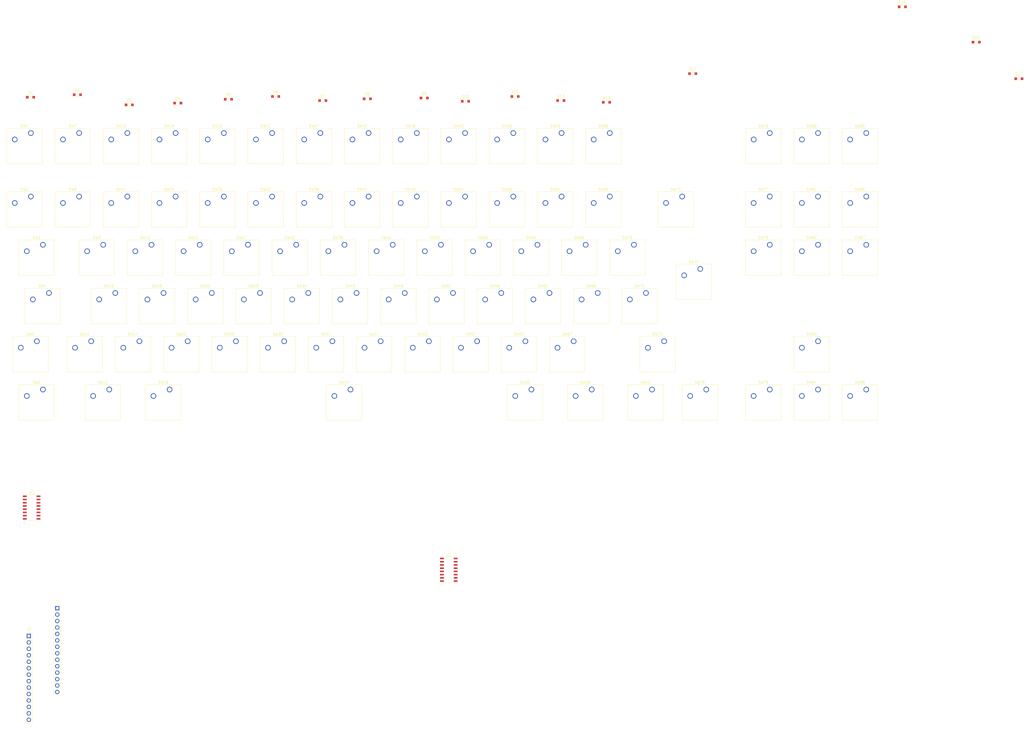
<source format=kicad_pcb>
(kicad_pcb (version 20171130) (host pcbnew "(5.1.0)-1")
  (layers (0 F.Cu signal) (31 B.Cu signal) (34 B.Paste user) (35 F.Paste user) (36 B.SilkS user) (37 F.SilkS user) (38 B.Mask user) (39 F.Mask user) (44 Edge.Cuts user))
  (net 0 "")
  (net 1 "Net-(D1-Pad2)")
  (net 2 "Net-(D1-Pad1)")
  (net 3 "Net-(D2-Pad2)")
  (net 4 "Net-(D2-Pad1)")
  (net 5 "Net-(D3-Pad2)")
  (net 6 "Net-(D3-Pad1)")
  (net 7 "Net-(D4-Pad2)")
  (net 8 "Net-(D4-Pad1)")
  (net 9 "Net-(D5-Pad2)")
  (net 10 "Net-(D5-Pad1)")
  (net 11 "Net-(D6-Pad2)")
  (net 12 "Net-(D6-Pad1)")
  (net 13 "Net-(D7-Pad2)")
  (net 14 "Net-(D7-Pad1)")
  (net 15 "Net-(D8-Pad2)")
  (net 16 "Net-(D8-Pad1)")
  (net 17 "Net-(D9-Pad2)")
  (net 18 "Net-(D9-Pad1)")
  (net 19 "Net-(D10-Pad2)")
  (net 20 "Net-(D10-Pad1)")
  (net 21 "Net-(D11-Pad2)")
  (net 22 "Net-(D11-Pad1)")
  (net 23 "Net-(D12-Pad2)")
  (net 24 "Net-(D12-Pad1)")
  (net 25 "Net-(D13-Pad2)")
  (net 26 "Net-(D13-Pad1)")
  (net 27 "Net-(D14-Pad2)")
  (net 28 "Net-(D14-Pad1)")
  (net 29 "Net-(D15-Pad2)")
  (net 30 "Net-(D15-Pad1)")
  (net 31 "Net-(D16-Pad2)")
  (net 32 "Net-(D16-Pad1)")
  (net 33 "Net-(D17-Pad2)")
  (net 34 "Net-(D17-Pad1)")
  (net 35 /D5)
  (net 36 /D4)
  (net 37 /D3)
  (net 38 /D2)
  (net 39 /D1)
  (net 40 /D0)
  (net 41 /A6)
  (net 42 /A5)
  (net 43 /A4)
  (net 44 /A3)
  (net 45 /A2)
  (net 46 /A1)
  (net 47 /A0)
  (net 48 /AREF)
  (net 49 +5V)
  (net 50 VBUS)
  (net 51 +3V3)
  (net 52 GND)
  (net 53 /RESET)
  (net 54 /D14)
  (net 55 /D13)
  (net 56 /D12)
  (net 57 /D11)
  (net 58 /D10)
  (net 59 /D9)
  (net 60 /D8)
  (net 61 /D7)
  (net 62 /D6)
  (net 63 "Net-(SW1-Pad2)")
  (net 64 "Net-(SW14-Pad2)")
  (net 65 "Net-(SW15-Pad2)")
  (net 66 "Net-(SW10-Pad2)")
  (net 67 "Net-(SW11-Pad2)")
  (net 68 "Net-(SW12-Pad2)")
  (net 69 VCC)
  (net 70 "Net-(U1-Pad15)")
  (net 71 "Net-(U1-Pad14)")
  (net 72 "Net-(U1-Pad13)")
  (net 73 "Net-(U1-Pad12)")
  (net 74 "Net-(U1-Pad11)")
  (net 75 "Net-(U1-Pad10)")
  (net 76 "Net-(U1-Pad9)")
  (net 77 "Net-(U1-Pad7)")
  (net 78 "Net-(U1-Pad6)")
  (net 79 "Net-(U1-Pad5)")
  (net 80 "Net-(U1-Pad4)")
  (net 81 "Net-(U1-Pad3)")
  (net 82 "Net-(U1-Pad2)")
  (net 83 "Net-(U1-Pad1)")
  (net 84 "Net-(U2-Pad15)")
  (net 85 "Net-(U2-Pad14)")
  (net 86 "Net-(U2-Pad13)")
  (net 87 "Net-(U2-Pad12)")
  (net 88 "Net-(U2-Pad11)")
  (net 89 "Net-(U2-Pad10)")
  (net 90 "Net-(U2-Pad9)")
  (net 91 "Net-(U2-Pad7)")
  (net 92 "Net-(U2-Pad6)")
  (net 93 "Net-(U2-Pad5)")
  (net 94 "Net-(U2-Pad4)")
  (net 95 "Net-(U2-Pad3)")
  (net 96 "Net-(U2-Pad2)")
  (net 97 "Net-(U2-Pad1)")
  (module Button_Switch_Keyboard:SW_Cherry_MX_1.25u_PCB (layer F.Cu) (at 269.625 118)
    (fp_text reference SW42 (at -2.54 -2.794) (layer F.SilkS))
    (fp_text value CTRL)
    (pad "" np_thru_hole circle (at 2.54 5.08) (size 1.7 1.7) (drill 1.7) (layers *.Cu *.Mask))
    (pad "" np_thru_hole circle (at -7.62 5.08) (size 1.7 1.7) (drill 1.7) (layers *.Cu *.Mask))
    (pad "" np_thru_hole circle (at -2.54 5.08) (size 4 4) (drill 4) (layers *.Cu *.Mask))
    (pad 2 thru_hole circle (at -6.35 2.54) (size 2.2 2.2) (drill 1.5) (layers *.Cu *.Mask) (net 68 "Net-(SW12-Pad2)"))
    (pad 1 thru_hole circle (at 0 0) (size 2.2 2.2) (drill 1.5) (layers *.Cu *.Mask) (net 26 "Net-(D13-Pad1)"))
  )
  (module Button_Switch_Keyboard:SW_Cherry_MX_1.00u_PCB (layer F.Cu) (at 25 17)
    (fp_text reference SW1 (at -2.54 -2.794) (layer F.SilkS))
    (fp_text value ESC)
    (pad "" np_thru_hole circle (at 2.54 5.08) (size 1.7 1.7) (drill 1.7) (layers *.Cu *.Mask))
    (pad "" np_thru_hole circle (at -7.62 5.08) (size 1.7 1.7) (drill 1.7) (layers *.Cu *.Mask))
    (pad "" np_thru_hole circle (at -2.54 5.08) (size 4 4) (drill 4) (layers *.Cu *.Mask))
    (pad 2 thru_hole circle (at -6.35 2.54) (size 2.2 2.2) (drill 1.5) (layers *.Cu *.Mask) (net 63 "Net-(SW1-Pad2)"))
    (pad 1 thru_hole circle (at 0 0) (size 2.2 2.2) (drill 1.5) (layers *.Cu *.Mask) (net 2 "Net-(D1-Pad1)"))
  )
  (module Button_Switch_Keyboard:SW_Cherry_MX_1.00u_PCB (layer F.Cu) (at 25 42)
    (fp_text reference SW2 (at -2.54 -2.794) (layer F.SilkS))
    (fp_text value ~`)
    (pad "" np_thru_hole circle (at 2.54 5.08) (size 1.7 1.7) (drill 1.7) (layers *.Cu *.Mask))
    (pad "" np_thru_hole circle (at -7.62 5.08) (size 1.7 1.7) (drill 1.7) (layers *.Cu *.Mask))
    (pad "" np_thru_hole circle (at -2.54 5.08) (size 4 4) (drill 4) (layers *.Cu *.Mask))
    (pad 2 thru_hole circle (at -6.35 2.54) (size 2.2 2.2) (drill 1.5) (layers *.Cu *.Mask) (net 64 "Net-(SW14-Pad2)"))
    (pad 1 thru_hole circle (at 0 0) (size 2.2 2.2) (drill 1.5) (layers *.Cu *.Mask) (net 2 "Net-(D1-Pad1)"))
  )
  (module Button_Switch_Keyboard:SW_Cherry_MX_1.00u_PCB (layer F.Cu) (at 44 17)
    (fp_text reference SW7 (at -2.54 -2.794) (layer F.SilkS))
    (fp_text value F1)
    (pad "" np_thru_hole circle (at 2.54 5.08) (size 1.7 1.7) (drill 1.7) (layers *.Cu *.Mask))
    (pad "" np_thru_hole circle (at -7.62 5.08) (size 1.7 1.7) (drill 1.7) (layers *.Cu *.Mask))
    (pad "" np_thru_hole circle (at -2.54 5.08) (size 4 4) (drill 4) (layers *.Cu *.Mask))
    (pad 2 thru_hole circle (at -6.35 2.54) (size 2.2 2.2) (drill 1.5) (layers *.Cu *.Mask) (net 63 "Net-(SW1-Pad2)"))
    (pad 1 thru_hole circle (at 0 0) (size 2.2 2.2) (drill 1.5) (layers *.Cu *.Mask) (net 4 "Net-(D2-Pad1)"))
  )
  (module Button_Switch_Keyboard:SW_Cherry_MX_1.00u_PCB (layer F.Cu) (at 44 42)
    (fp_text reference SW8 (at -2.54 -2.794) (layer F.SilkS))
    (fp_text value 1)
    (pad "" np_thru_hole circle (at 2.54 5.08) (size 1.7 1.7) (drill 1.7) (layers *.Cu *.Mask))
    (pad "" np_thru_hole circle (at -7.62 5.08) (size 1.7 1.7) (drill 1.7) (layers *.Cu *.Mask))
    (pad "" np_thru_hole circle (at -2.54 5.08) (size 4 4) (drill 4) (layers *.Cu *.Mask))
    (pad 2 thru_hole circle (at -6.35 2.54) (size 2.2 2.2) (drill 1.5) (layers *.Cu *.Mask) (net 64 "Net-(SW14-Pad2)"))
    (pad 1 thru_hole circle (at 0 0) (size 2.2 2.2) (drill 1.5) (layers *.Cu *.Mask) (net 4 "Net-(D2-Pad1)"))
  )
  (module Button_Switch_Keyboard:SW_Cherry_MX_1.00u_PCB (layer F.Cu) (at 53.5 61)
    (fp_text reference SW9 (at -2.54 -2.794) (layer F.SilkS))
    (fp_text value Q)
    (pad "" np_thru_hole circle (at 2.54 5.08) (size 1.7 1.7) (drill 1.7) (layers *.Cu *.Mask))
    (pad "" np_thru_hole circle (at -7.62 5.08) (size 1.7 1.7) (drill 1.7) (layers *.Cu *.Mask))
    (pad "" np_thru_hole circle (at -2.54 5.08) (size 4 4) (drill 4) (layers *.Cu *.Mask))
    (pad 2 thru_hole circle (at -6.35 2.54) (size 2.2 2.2) (drill 1.5) (layers *.Cu *.Mask) (net 65 "Net-(SW15-Pad2)"))
    (pad 1 thru_hole circle (at 0 0) (size 2.2 2.2) (drill 1.5) (layers *.Cu *.Mask) (net 4 "Net-(D2-Pad1)"))
  )
  (module Button_Switch_Keyboard:SW_Cherry_MX_1.00u_PCB (layer F.Cu) (at 58.25 80)
    (fp_text reference SW10 (at -2.54 -2.794) (layer F.SilkS))
    (fp_text value A)
    (pad "" np_thru_hole circle (at 2.54 5.08) (size 1.7 1.7) (drill 1.7) (layers *.Cu *.Mask))
    (pad "" np_thru_hole circle (at -7.62 5.08) (size 1.7 1.7) (drill 1.7) (layers *.Cu *.Mask))
    (pad "" np_thru_hole circle (at -2.54 5.08) (size 4 4) (drill 4) (layers *.Cu *.Mask))
    (pad 2 thru_hole circle (at -6.35 2.54) (size 2.2 2.2) (drill 1.5) (layers *.Cu *.Mask) (net 66 "Net-(SW10-Pad2)"))
    (pad 1 thru_hole circle (at 0 0) (size 2.2 2.2) (drill 1.5) (layers *.Cu *.Mask) (net 4 "Net-(D2-Pad1)"))
  )
  (module Button_Switch_Keyboard:SW_Cherry_MX_1.00u_PCB (layer F.Cu) (at 48.75 99)
    (fp_text reference SW11 (at -2.54 -2.794) (layer F.SilkS))
    (fp_text value \)
    (pad "" np_thru_hole circle (at 2.54 5.08) (size 1.7 1.7) (drill 1.7) (layers *.Cu *.Mask))
    (pad "" np_thru_hole circle (at -7.62 5.08) (size 1.7 1.7) (drill 1.7) (layers *.Cu *.Mask))
    (pad "" np_thru_hole circle (at -2.54 5.08) (size 4 4) (drill 4) (layers *.Cu *.Mask))
    (pad 2 thru_hole circle (at -6.35 2.54) (size 2.2 2.2) (drill 1.5) (layers *.Cu *.Mask) (net 67 "Net-(SW11-Pad2)"))
    (pad 1 thru_hole circle (at 0 0) (size 2.2 2.2) (drill 1.5) (layers *.Cu *.Mask) (net 4 "Net-(D2-Pad1)"))
  )
  (module Button_Switch_Keyboard:SW_Cherry_MX_1.00u_PCB (layer F.Cu) (at 63 17)
    (fp_text reference SW13 (at -2.54 -2.794) (layer F.SilkS))
    (fp_text value F2)
    (pad "" np_thru_hole circle (at 2.54 5.08) (size 1.7 1.7) (drill 1.7) (layers *.Cu *.Mask))
    (pad "" np_thru_hole circle (at -7.62 5.08) (size 1.7 1.7) (drill 1.7) (layers *.Cu *.Mask))
    (pad "" np_thru_hole circle (at -2.54 5.08) (size 4 4) (drill 4) (layers *.Cu *.Mask))
    (pad 2 thru_hole circle (at -6.35 2.54) (size 2.2 2.2) (drill 1.5) (layers *.Cu *.Mask) (net 63 "Net-(SW1-Pad2)"))
    (pad 1 thru_hole circle (at 0 0) (size 2.2 2.2) (drill 1.5) (layers *.Cu *.Mask) (net 6 "Net-(D3-Pad1)"))
  )
  (module Button_Switch_Keyboard:SW_Cherry_MX_1.00u_PCB (layer F.Cu) (at 63 42)
    (fp_text reference SW14 (at -2.54 -2.794) (layer F.SilkS))
    (fp_text value 2)
    (pad "" np_thru_hole circle (at 2.54 5.08) (size 1.7 1.7) (drill 1.7) (layers *.Cu *.Mask))
    (pad "" np_thru_hole circle (at -7.62 5.08) (size 1.7 1.7) (drill 1.7) (layers *.Cu *.Mask))
    (pad "" np_thru_hole circle (at -2.54 5.08) (size 4 4) (drill 4) (layers *.Cu *.Mask))
    (pad 2 thru_hole circle (at -6.35 2.54) (size 2.2 2.2) (drill 1.5) (layers *.Cu *.Mask) (net 64 "Net-(SW14-Pad2)"))
    (pad 1 thru_hole circle (at 0 0) (size 2.2 2.2) (drill 1.5) (layers *.Cu *.Mask) (net 6 "Net-(D3-Pad1)"))
  )
  (module Button_Switch_Keyboard:SW_Cherry_MX_1.00u_PCB (layer F.Cu) (at 72.5 61)
    (fp_text reference SW15 (at -2.54 -2.794) (layer F.SilkS))
    (fp_text value W)
    (pad "" np_thru_hole circle (at 2.54 5.08) (size 1.7 1.7) (drill 1.7) (layers *.Cu *.Mask))
    (pad "" np_thru_hole circle (at -7.62 5.08) (size 1.7 1.7) (drill 1.7) (layers *.Cu *.Mask))
    (pad "" np_thru_hole circle (at -2.54 5.08) (size 4 4) (drill 4) (layers *.Cu *.Mask))
    (pad 2 thru_hole circle (at -6.35 2.54) (size 2.2 2.2) (drill 1.5) (layers *.Cu *.Mask) (net 65 "Net-(SW15-Pad2)"))
    (pad 1 thru_hole circle (at 0 0) (size 2.2 2.2) (drill 1.5) (layers *.Cu *.Mask) (net 6 "Net-(D3-Pad1)"))
  )
  (module Button_Switch_Keyboard:SW_Cherry_MX_1.00u_PCB (layer F.Cu) (at 77.25 80)
    (fp_text reference SW16 (at -2.54 -2.794) (layer F.SilkS))
    (fp_text value S)
    (pad "" np_thru_hole circle (at 2.54 5.08) (size 1.7 1.7) (drill 1.7) (layers *.Cu *.Mask))
    (pad "" np_thru_hole circle (at -7.62 5.08) (size 1.7 1.7) (drill 1.7) (layers *.Cu *.Mask))
    (pad "" np_thru_hole circle (at -2.54 5.08) (size 4 4) (drill 4) (layers *.Cu *.Mask))
    (pad 2 thru_hole circle (at -6.35 2.54) (size 2.2 2.2) (drill 1.5) (layers *.Cu *.Mask) (net 66 "Net-(SW10-Pad2)"))
    (pad 1 thru_hole circle (at 0 0) (size 2.2 2.2) (drill 1.5) (layers *.Cu *.Mask) (net 6 "Net-(D3-Pad1)"))
  )
  (module Button_Switch_Keyboard:SW_Cherry_MX_1.00u_PCB (layer F.Cu) (at 67.75 99)
    (fp_text reference SW17 (at -2.54 -2.794) (layer F.SilkS))
    (fp_text value Z)
    (pad "" np_thru_hole circle (at 2.54 5.08) (size 1.7 1.7) (drill 1.7) (layers *.Cu *.Mask))
    (pad "" np_thru_hole circle (at -7.62 5.08) (size 1.7 1.7) (drill 1.7) (layers *.Cu *.Mask))
    (pad "" np_thru_hole circle (at -2.54 5.08) (size 4 4) (drill 4) (layers *.Cu *.Mask))
    (pad 2 thru_hole circle (at -6.35 2.54) (size 2.2 2.2) (drill 1.5) (layers *.Cu *.Mask) (net 67 "Net-(SW11-Pad2)"))
    (pad 1 thru_hole circle (at 0 0) (size 2.2 2.2) (drill 1.5) (layers *.Cu *.Mask) (net 6 "Net-(D3-Pad1)"))
  )
  (module Button_Switch_Keyboard:SW_Cherry_MX_1.00u_PCB (layer F.Cu) (at 82 17)
    (fp_text reference SW19 (at -2.54 -2.794) (layer F.SilkS))
    (fp_text value F3)
    (pad "" np_thru_hole circle (at 2.54 5.08) (size 1.7 1.7) (drill 1.7) (layers *.Cu *.Mask))
    (pad "" np_thru_hole circle (at -7.62 5.08) (size 1.7 1.7) (drill 1.7) (layers *.Cu *.Mask))
    (pad "" np_thru_hole circle (at -2.54 5.08) (size 4 4) (drill 4) (layers *.Cu *.Mask))
    (pad 2 thru_hole circle (at -6.35 2.54) (size 2.2 2.2) (drill 1.5) (layers *.Cu *.Mask) (net 63 "Net-(SW1-Pad2)"))
    (pad 1 thru_hole circle (at 0 0) (size 2.2 2.2) (drill 1.5) (layers *.Cu *.Mask) (net 8 "Net-(D4-Pad1)"))
  )
  (module Button_Switch_Keyboard:SW_Cherry_MX_1.00u_PCB (layer F.Cu) (at 82 42)
    (fp_text reference SW20 (at -2.54 -2.794) (layer F.SilkS))
    (fp_text value 3)
    (pad "" np_thru_hole circle (at 2.54 5.08) (size 1.7 1.7) (drill 1.7) (layers *.Cu *.Mask))
    (pad "" np_thru_hole circle (at -7.62 5.08) (size 1.7 1.7) (drill 1.7) (layers *.Cu *.Mask))
    (pad "" np_thru_hole circle (at -2.54 5.08) (size 4 4) (drill 4) (layers *.Cu *.Mask))
    (pad 2 thru_hole circle (at -6.35 2.54) (size 2.2 2.2) (drill 1.5) (layers *.Cu *.Mask) (net 64 "Net-(SW14-Pad2)"))
    (pad 1 thru_hole circle (at 0 0) (size 2.2 2.2) (drill 1.5) (layers *.Cu *.Mask) (net 8 "Net-(D4-Pad1)"))
  )
  (module Button_Switch_Keyboard:SW_Cherry_MX_1.00u_PCB (layer F.Cu) (at 91.5 61)
    (fp_text reference SW21 (at -2.54 -2.794) (layer F.SilkS))
    (fp_text value E)
    (pad "" np_thru_hole circle (at 2.54 5.08) (size 1.7 1.7) (drill 1.7) (layers *.Cu *.Mask))
    (pad "" np_thru_hole circle (at -7.62 5.08) (size 1.7 1.7) (drill 1.7) (layers *.Cu *.Mask))
    (pad "" np_thru_hole circle (at -2.54 5.08) (size 4 4) (drill 4) (layers *.Cu *.Mask))
    (pad 2 thru_hole circle (at -6.35 2.54) (size 2.2 2.2) (drill 1.5) (layers *.Cu *.Mask) (net 65 "Net-(SW15-Pad2)"))
    (pad 1 thru_hole circle (at 0 0) (size 2.2 2.2) (drill 1.5) (layers *.Cu *.Mask) (net 8 "Net-(D4-Pad1)"))
  )
  (module Button_Switch_Keyboard:SW_Cherry_MX_1.00u_PCB (layer F.Cu) (at 96.25 80)
    (fp_text reference SW22 (at -2.54 -2.794) (layer F.SilkS))
    (fp_text value D)
    (pad "" np_thru_hole circle (at 2.54 5.08) (size 1.7 1.7) (drill 1.7) (layers *.Cu *.Mask))
    (pad "" np_thru_hole circle (at -7.62 5.08) (size 1.7 1.7) (drill 1.7) (layers *.Cu *.Mask))
    (pad "" np_thru_hole circle (at -2.54 5.08) (size 4 4) (drill 4) (layers *.Cu *.Mask))
    (pad 2 thru_hole circle (at -6.35 2.54) (size 2.2 2.2) (drill 1.5) (layers *.Cu *.Mask) (net 66 "Net-(SW10-Pad2)"))
    (pad 1 thru_hole circle (at 0 0) (size 2.2 2.2) (drill 1.5) (layers *.Cu *.Mask) (net 8 "Net-(D4-Pad1)"))
  )
  (module Button_Switch_Keyboard:SW_Cherry_MX_1.00u_PCB (layer F.Cu) (at 86.75 99)
    (fp_text reference SW23 (at -2.54 -2.794) (layer F.SilkS))
    (fp_text value X)
    (pad "" np_thru_hole circle (at 2.54 5.08) (size 1.7 1.7) (drill 1.7) (layers *.Cu *.Mask))
    (pad "" np_thru_hole circle (at -7.62 5.08) (size 1.7 1.7) (drill 1.7) (layers *.Cu *.Mask))
    (pad "" np_thru_hole circle (at -2.54 5.08) (size 4 4) (drill 4) (layers *.Cu *.Mask))
    (pad 2 thru_hole circle (at -6.35 2.54) (size 2.2 2.2) (drill 1.5) (layers *.Cu *.Mask) (net 67 "Net-(SW11-Pad2)"))
    (pad 1 thru_hole circle (at 0 0) (size 2.2 2.2) (drill 1.5) (layers *.Cu *.Mask) (net 8 "Net-(D4-Pad1)"))
  )
  (module Button_Switch_Keyboard:SW_Cherry_MX_1.00u_PCB (layer F.Cu) (at 101 17)
    (fp_text reference SW25 (at -2.54 -2.794) (layer F.SilkS))
    (fp_text value F4)
    (pad "" np_thru_hole circle (at 2.54 5.08) (size 1.7 1.7) (drill 1.7) (layers *.Cu *.Mask))
    (pad "" np_thru_hole circle (at -7.62 5.08) (size 1.7 1.7) (drill 1.7) (layers *.Cu *.Mask))
    (pad "" np_thru_hole circle (at -2.54 5.08) (size 4 4) (drill 4) (layers *.Cu *.Mask))
    (pad 2 thru_hole circle (at -6.35 2.54) (size 2.2 2.2) (drill 1.5) (layers *.Cu *.Mask) (net 63 "Net-(SW1-Pad2)"))
    (pad 1 thru_hole circle (at 0 0) (size 2.2 2.2) (drill 1.5) (layers *.Cu *.Mask) (net 10 "Net-(D5-Pad1)"))
  )
  (module Button_Switch_Keyboard:SW_Cherry_MX_1.00u_PCB (layer F.Cu) (at 101 42)
    (fp_text reference SW26 (at -2.54 -2.794) (layer F.SilkS))
    (fp_text value 4)
    (pad "" np_thru_hole circle (at 2.54 5.08) (size 1.7 1.7) (drill 1.7) (layers *.Cu *.Mask))
    (pad "" np_thru_hole circle (at -7.62 5.08) (size 1.7 1.7) (drill 1.7) (layers *.Cu *.Mask))
    (pad "" np_thru_hole circle (at -2.54 5.08) (size 4 4) (drill 4) (layers *.Cu *.Mask))
    (pad 2 thru_hole circle (at -6.35 2.54) (size 2.2 2.2) (drill 1.5) (layers *.Cu *.Mask) (net 64 "Net-(SW14-Pad2)"))
    (pad 1 thru_hole circle (at 0 0) (size 2.2 2.2) (drill 1.5) (layers *.Cu *.Mask) (net 10 "Net-(D5-Pad1)"))
  )
  (module Button_Switch_Keyboard:SW_Cherry_MX_1.00u_PCB (layer F.Cu) (at 110.5 61)
    (fp_text reference SW27 (at -2.54 -2.794) (layer F.SilkS))
    (fp_text value R)
    (pad "" np_thru_hole circle (at 2.54 5.08) (size 1.7 1.7) (drill 1.7) (layers *.Cu *.Mask))
    (pad "" np_thru_hole circle (at -7.62 5.08) (size 1.7 1.7) (drill 1.7) (layers *.Cu *.Mask))
    (pad "" np_thru_hole circle (at -2.54 5.08) (size 4 4) (drill 4) (layers *.Cu *.Mask))
    (pad 2 thru_hole circle (at -6.35 2.54) (size 2.2 2.2) (drill 1.5) (layers *.Cu *.Mask) (net 65 "Net-(SW15-Pad2)"))
    (pad 1 thru_hole circle (at 0 0) (size 2.2 2.2) (drill 1.5) (layers *.Cu *.Mask) (net 10 "Net-(D5-Pad1)"))
  )
  (module Button_Switch_Keyboard:SW_Cherry_MX_1.00u_PCB (layer F.Cu) (at 115.25 80)
    (fp_text reference SW28 (at -2.54 -2.794) (layer F.SilkS))
    (fp_text value F)
    (pad "" np_thru_hole circle (at 2.54 5.08) (size 1.7 1.7) (drill 1.7) (layers *.Cu *.Mask))
    (pad "" np_thru_hole circle (at -7.62 5.08) (size 1.7 1.7) (drill 1.7) (layers *.Cu *.Mask))
    (pad "" np_thru_hole circle (at -2.54 5.08) (size 4 4) (drill 4) (layers *.Cu *.Mask))
    (pad 2 thru_hole circle (at -6.35 2.54) (size 2.2 2.2) (drill 1.5) (layers *.Cu *.Mask) (net 66 "Net-(SW10-Pad2)"))
    (pad 1 thru_hole circle (at 0 0) (size 2.2 2.2) (drill 1.5) (layers *.Cu *.Mask) (net 10 "Net-(D5-Pad1)"))
  )
  (module Button_Switch_Keyboard:SW_Cherry_MX_1.00u_PCB (layer F.Cu) (at 105.75 99)
    (fp_text reference SW29 (at -2.54 -2.794) (layer F.SilkS))
    (fp_text value C)
    (pad "" np_thru_hole circle (at 2.54 5.08) (size 1.7 1.7) (drill 1.7) (layers *.Cu *.Mask))
    (pad "" np_thru_hole circle (at -7.62 5.08) (size 1.7 1.7) (drill 1.7) (layers *.Cu *.Mask))
    (pad "" np_thru_hole circle (at -2.54 5.08) (size 4 4) (drill 4) (layers *.Cu *.Mask))
    (pad 2 thru_hole circle (at -6.35 2.54) (size 2.2 2.2) (drill 1.5) (layers *.Cu *.Mask) (net 67 "Net-(SW11-Pad2)"))
    (pad 1 thru_hole circle (at 0 0) (size 2.2 2.2) (drill 1.5) (layers *.Cu *.Mask) (net 10 "Net-(D5-Pad1)"))
  )
  (module Button_Switch_Keyboard:SW_Cherry_MX_1.00u_PCB (layer F.Cu) (at 120 17)
    (fp_text reference SW31 (at -2.54 -2.794) (layer F.SilkS))
    (fp_text value F5)
    (pad "" np_thru_hole circle (at 2.54 5.08) (size 1.7 1.7) (drill 1.7) (layers *.Cu *.Mask))
    (pad "" np_thru_hole circle (at -7.62 5.08) (size 1.7 1.7) (drill 1.7) (layers *.Cu *.Mask))
    (pad "" np_thru_hole circle (at -2.54 5.08) (size 4 4) (drill 4) (layers *.Cu *.Mask))
    (pad 2 thru_hole circle (at -6.35 2.54) (size 2.2 2.2) (drill 1.5) (layers *.Cu *.Mask) (net 63 "Net-(SW1-Pad2)"))
    (pad 1 thru_hole circle (at 0 0) (size 2.2 2.2) (drill 1.5) (layers *.Cu *.Mask) (net 12 "Net-(D6-Pad1)"))
  )
  (module Button_Switch_Keyboard:SW_Cherry_MX_1.00u_PCB (layer F.Cu) (at 120 42)
    (fp_text reference SW32 (at -2.54 -2.794) (layer F.SilkS))
    (fp_text value 5)
    (pad "" np_thru_hole circle (at 2.54 5.08) (size 1.7 1.7) (drill 1.7) (layers *.Cu *.Mask))
    (pad "" np_thru_hole circle (at -7.62 5.08) (size 1.7 1.7) (drill 1.7) (layers *.Cu *.Mask))
    (pad "" np_thru_hole circle (at -2.54 5.08) (size 4 4) (drill 4) (layers *.Cu *.Mask))
    (pad 2 thru_hole circle (at -6.35 2.54) (size 2.2 2.2) (drill 1.5) (layers *.Cu *.Mask) (net 64 "Net-(SW14-Pad2)"))
    (pad 1 thru_hole circle (at 0 0) (size 2.2 2.2) (drill 1.5) (layers *.Cu *.Mask) (net 12 "Net-(D6-Pad1)"))
  )
  (module Button_Switch_Keyboard:SW_Cherry_MX_1.00u_PCB (layer F.Cu) (at 129.5 61)
    (fp_text reference SW33 (at -2.54 -2.794) (layer F.SilkS))
    (fp_text value T)
    (pad "" np_thru_hole circle (at 2.54 5.08) (size 1.7 1.7) (drill 1.7) (layers *.Cu *.Mask))
    (pad "" np_thru_hole circle (at -7.62 5.08) (size 1.7 1.7) (drill 1.7) (layers *.Cu *.Mask))
    (pad "" np_thru_hole circle (at -2.54 5.08) (size 4 4) (drill 4) (layers *.Cu *.Mask))
    (pad 2 thru_hole circle (at -6.35 2.54) (size 2.2 2.2) (drill 1.5) (layers *.Cu *.Mask) (net 65 "Net-(SW15-Pad2)"))
    (pad 1 thru_hole circle (at 0 0) (size 2.2 2.2) (drill 1.5) (layers *.Cu *.Mask) (net 12 "Net-(D6-Pad1)"))
  )
  (module Button_Switch_Keyboard:SW_Cherry_MX_1.00u_PCB (layer F.Cu) (at 134.25 80)
    (fp_text reference SW34 (at -2.54 -2.794) (layer F.SilkS))
    (fp_text value G)
    (pad "" np_thru_hole circle (at 2.54 5.08) (size 1.7 1.7) (drill 1.7) (layers *.Cu *.Mask))
    (pad "" np_thru_hole circle (at -7.62 5.08) (size 1.7 1.7) (drill 1.7) (layers *.Cu *.Mask))
    (pad "" np_thru_hole circle (at -2.54 5.08) (size 4 4) (drill 4) (layers *.Cu *.Mask))
    (pad 2 thru_hole circle (at -6.35 2.54) (size 2.2 2.2) (drill 1.5) (layers *.Cu *.Mask) (net 66 "Net-(SW10-Pad2)"))
    (pad 1 thru_hole circle (at 0 0) (size 2.2 2.2) (drill 1.5) (layers *.Cu *.Mask) (net 12 "Net-(D6-Pad1)"))
  )
  (module Button_Switch_Keyboard:SW_Cherry_MX_1.00u_PCB (layer F.Cu) (at 124.75 99)
    (fp_text reference SW35 (at -2.54 -2.794) (layer F.SilkS))
    (fp_text value V)
    (pad "" np_thru_hole circle (at 2.54 5.08) (size 1.7 1.7) (drill 1.7) (layers *.Cu *.Mask))
    (pad "" np_thru_hole circle (at -7.62 5.08) (size 1.7 1.7) (drill 1.7) (layers *.Cu *.Mask))
    (pad "" np_thru_hole circle (at -2.54 5.08) (size 4 4) (drill 4) (layers *.Cu *.Mask))
    (pad 2 thru_hole circle (at -6.35 2.54) (size 2.2 2.2) (drill 1.5) (layers *.Cu *.Mask) (net 67 "Net-(SW11-Pad2)"))
    (pad 1 thru_hole circle (at 0 0) (size 2.2 2.2) (drill 1.5) (layers *.Cu *.Mask) (net 12 "Net-(D6-Pad1)"))
  )
  (module Button_Switch_Keyboard:SW_Cherry_MX_1.00u_PCB (layer F.Cu) (at 139 17)
    (fp_text reference SW37 (at -2.54 -2.794) (layer F.SilkS))
    (fp_text value F6)
    (pad "" np_thru_hole circle (at 2.54 5.08) (size 1.7 1.7) (drill 1.7) (layers *.Cu *.Mask))
    (pad "" np_thru_hole circle (at -7.62 5.08) (size 1.7 1.7) (drill 1.7) (layers *.Cu *.Mask))
    (pad "" np_thru_hole circle (at -2.54 5.08) (size 4 4) (drill 4) (layers *.Cu *.Mask))
    (pad 2 thru_hole circle (at -6.35 2.54) (size 2.2 2.2) (drill 1.5) (layers *.Cu *.Mask) (net 63 "Net-(SW1-Pad2)"))
    (pad 1 thru_hole circle (at 0 0) (size 2.2 2.2) (drill 1.5) (layers *.Cu *.Mask) (net 14 "Net-(D7-Pad1)"))
  )
  (module Button_Switch_Keyboard:SW_Cherry_MX_1.00u_PCB (layer F.Cu) (at 139 42)
    (fp_text reference SW38 (at -2.54 -2.794) (layer F.SilkS))
    (fp_text value 6)
    (pad "" np_thru_hole circle (at 2.54 5.08) (size 1.7 1.7) (drill 1.7) (layers *.Cu *.Mask))
    (pad "" np_thru_hole circle (at -7.62 5.08) (size 1.7 1.7) (drill 1.7) (layers *.Cu *.Mask))
    (pad "" np_thru_hole circle (at -2.54 5.08) (size 4 4) (drill 4) (layers *.Cu *.Mask))
    (pad 2 thru_hole circle (at -6.35 2.54) (size 2.2 2.2) (drill 1.5) (layers *.Cu *.Mask) (net 64 "Net-(SW14-Pad2)"))
    (pad 1 thru_hole circle (at 0 0) (size 2.2 2.2) (drill 1.5) (layers *.Cu *.Mask) (net 14 "Net-(D7-Pad1)"))
  )
  (module Button_Switch_Keyboard:SW_Cherry_MX_1.00u_PCB (layer F.Cu) (at 148.5 61)
    (fp_text reference SW39 (at -2.54 -2.794) (layer F.SilkS))
    (fp_text value Y)
    (pad "" np_thru_hole circle (at 2.54 5.08) (size 1.7 1.7) (drill 1.7) (layers *.Cu *.Mask))
    (pad "" np_thru_hole circle (at -7.62 5.08) (size 1.7 1.7) (drill 1.7) (layers *.Cu *.Mask))
    (pad "" np_thru_hole circle (at -2.54 5.08) (size 4 4) (drill 4) (layers *.Cu *.Mask))
    (pad 2 thru_hole circle (at -6.35 2.54) (size 2.2 2.2) (drill 1.5) (layers *.Cu *.Mask) (net 65 "Net-(SW15-Pad2)"))
    (pad 1 thru_hole circle (at 0 0) (size 2.2 2.2) (drill 1.5) (layers *.Cu *.Mask) (net 14 "Net-(D7-Pad1)"))
  )
  (module Button_Switch_Keyboard:SW_Cherry_MX_1.00u_PCB (layer F.Cu) (at 153.25 80)
    (fp_text reference SW40 (at -2.54 -2.794) (layer F.SilkS))
    (fp_text value H)
    (pad "" np_thru_hole circle (at 2.54 5.08) (size 1.7 1.7) (drill 1.7) (layers *.Cu *.Mask))
    (pad "" np_thru_hole circle (at -7.62 5.08) (size 1.7 1.7) (drill 1.7) (layers *.Cu *.Mask))
    (pad "" np_thru_hole circle (at -2.54 5.08) (size 4 4) (drill 4) (layers *.Cu *.Mask))
    (pad 2 thru_hole circle (at -6.35 2.54) (size 2.2 2.2) (drill 1.5) (layers *.Cu *.Mask) (net 66 "Net-(SW10-Pad2)"))
    (pad 1 thru_hole circle (at 0 0) (size 2.2 2.2) (drill 1.5) (layers *.Cu *.Mask) (net 14 "Net-(D7-Pad1)"))
  )
  (module Button_Switch_Keyboard:SW_Cherry_MX_1.00u_PCB (layer F.Cu) (at 143.75 99)
    (fp_text reference SW41 (at -2.54 -2.794) (layer F.SilkS))
    (fp_text value B)
    (pad "" np_thru_hole circle (at 2.54 5.08) (size 1.7 1.7) (drill 1.7) (layers *.Cu *.Mask))
    (pad "" np_thru_hole circle (at -7.62 5.08) (size 1.7 1.7) (drill 1.7) (layers *.Cu *.Mask))
    (pad "" np_thru_hole circle (at -2.54 5.08) (size 4 4) (drill 4) (layers *.Cu *.Mask))
    (pad 2 thru_hole circle (at -6.35 2.54) (size 2.2 2.2) (drill 1.5) (layers *.Cu *.Mask) (net 67 "Net-(SW11-Pad2)"))
    (pad 1 thru_hole circle (at 0 0) (size 2.2 2.2) (drill 1.5) (layers *.Cu *.Mask) (net 14 "Net-(D7-Pad1)"))
  )
  (module Button_Switch_Keyboard:SW_Cherry_MX_1.00u_PCB (layer F.Cu) (at 158 17)
    (fp_text reference SW43 (at -2.54 -2.794) (layer F.SilkS))
    (fp_text value F7)
    (pad "" np_thru_hole circle (at 2.54 5.08) (size 1.7 1.7) (drill 1.7) (layers *.Cu *.Mask))
    (pad "" np_thru_hole circle (at -7.62 5.08) (size 1.7 1.7) (drill 1.7) (layers *.Cu *.Mask))
    (pad "" np_thru_hole circle (at -2.54 5.08) (size 4 4) (drill 4) (layers *.Cu *.Mask))
    (pad 2 thru_hole circle (at -6.35 2.54) (size 2.2 2.2) (drill 1.5) (layers *.Cu *.Mask) (net 63 "Net-(SW1-Pad2)"))
    (pad 1 thru_hole circle (at 0 0) (size 2.2 2.2) (drill 1.5) (layers *.Cu *.Mask) (net 16 "Net-(D8-Pad1)"))
  )
  (module Button_Switch_Keyboard:SW_Cherry_MX_1.00u_PCB (layer F.Cu) (at 158 42)
    (fp_text reference SW44 (at -2.54 -2.794) (layer F.SilkS))
    (fp_text value 7)
    (pad "" np_thru_hole circle (at 2.54 5.08) (size 1.7 1.7) (drill 1.7) (layers *.Cu *.Mask))
    (pad "" np_thru_hole circle (at -7.62 5.08) (size 1.7 1.7) (drill 1.7) (layers *.Cu *.Mask))
    (pad "" np_thru_hole circle (at -2.54 5.08) (size 4 4) (drill 4) (layers *.Cu *.Mask))
    (pad 2 thru_hole circle (at -6.35 2.54) (size 2.2 2.2) (drill 1.5) (layers *.Cu *.Mask) (net 64 "Net-(SW14-Pad2)"))
    (pad 1 thru_hole circle (at 0 0) (size 2.2 2.2) (drill 1.5) (layers *.Cu *.Mask) (net 16 "Net-(D8-Pad1)"))
  )
  (module Button_Switch_Keyboard:SW_Cherry_MX_1.00u_PCB (layer F.Cu) (at 167.5 61)
    (fp_text reference SW45 (at -2.54 -2.794) (layer F.SilkS))
    (fp_text value U)
    (pad "" np_thru_hole circle (at 2.54 5.08) (size 1.7 1.7) (drill 1.7) (layers *.Cu *.Mask))
    (pad "" np_thru_hole circle (at -7.62 5.08) (size 1.7 1.7) (drill 1.7) (layers *.Cu *.Mask))
    (pad "" np_thru_hole circle (at -2.54 5.08) (size 4 4) (drill 4) (layers *.Cu *.Mask))
    (pad 2 thru_hole circle (at -6.35 2.54) (size 2.2 2.2) (drill 1.5) (layers *.Cu *.Mask) (net 65 "Net-(SW15-Pad2)"))
    (pad 1 thru_hole circle (at 0 0) (size 2.2 2.2) (drill 1.5) (layers *.Cu *.Mask) (net 16 "Net-(D8-Pad1)"))
  )
  (module Button_Switch_Keyboard:SW_Cherry_MX_1.00u_PCB (layer F.Cu) (at 172.25 80)
    (fp_text reference SW46 (at -2.54 -2.794) (layer F.SilkS))
    (fp_text value J)
    (pad "" np_thru_hole circle (at 2.54 5.08) (size 1.7 1.7) (drill 1.7) (layers *.Cu *.Mask))
    (pad "" np_thru_hole circle (at -7.62 5.08) (size 1.7 1.7) (drill 1.7) (layers *.Cu *.Mask))
    (pad "" np_thru_hole circle (at -2.54 5.08) (size 4 4) (drill 4) (layers *.Cu *.Mask))
    (pad 2 thru_hole circle (at -6.35 2.54) (size 2.2 2.2) (drill 1.5) (layers *.Cu *.Mask) (net 66 "Net-(SW10-Pad2)"))
    (pad 1 thru_hole circle (at 0 0) (size 2.2 2.2) (drill 1.5) (layers *.Cu *.Mask) (net 16 "Net-(D8-Pad1)"))
  )
  (module Button_Switch_Keyboard:SW_Cherry_MX_1.00u_PCB (layer F.Cu) (at 162.75 99)
    (fp_text reference SW47 (at -2.54 -2.794) (layer F.SilkS))
    (fp_text value N)
    (pad "" np_thru_hole circle (at 2.54 5.08) (size 1.7 1.7) (drill 1.7) (layers *.Cu *.Mask))
    (pad "" np_thru_hole circle (at -7.62 5.08) (size 1.7 1.7) (drill 1.7) (layers *.Cu *.Mask))
    (pad "" np_thru_hole circle (at -2.54 5.08) (size 4 4) (drill 4) (layers *.Cu *.Mask))
    (pad 2 thru_hole circle (at -6.35 2.54) (size 2.2 2.2) (drill 1.5) (layers *.Cu *.Mask) (net 67 "Net-(SW11-Pad2)"))
    (pad 1 thru_hole circle (at 0 0) (size 2.2 2.2) (drill 1.5) (layers *.Cu *.Mask) (net 16 "Net-(D8-Pad1)"))
  )
  (module Button_Switch_Keyboard:SW_Cherry_MX_1.00u_PCB (layer F.Cu) (at 177 17)
    (fp_text reference SW48 (at -2.54 -2.794) (layer F.SilkS))
    (fp_text value F8)
    (pad "" np_thru_hole circle (at 2.54 5.08) (size 1.7 1.7) (drill 1.7) (layers *.Cu *.Mask))
    (pad "" np_thru_hole circle (at -7.62 5.08) (size 1.7 1.7) (drill 1.7) (layers *.Cu *.Mask))
    (pad "" np_thru_hole circle (at -2.54 5.08) (size 4 4) (drill 4) (layers *.Cu *.Mask))
    (pad 2 thru_hole circle (at -6.35 2.54) (size 2.2 2.2) (drill 1.5) (layers *.Cu *.Mask) (net 63 "Net-(SW1-Pad2)"))
    (pad 1 thru_hole circle (at 0 0) (size 2.2 2.2) (drill 1.5) (layers *.Cu *.Mask) (net 18 "Net-(D9-Pad1)"))
  )
  (module Button_Switch_Keyboard:SW_Cherry_MX_1.00u_PCB (layer F.Cu) (at 177 42)
    (fp_text reference SW49 (at -2.54 -2.794) (layer F.SilkS))
    (fp_text value 8)
    (pad "" np_thru_hole circle (at 2.54 5.08) (size 1.7 1.7) (drill 1.7) (layers *.Cu *.Mask))
    (pad "" np_thru_hole circle (at -7.62 5.08) (size 1.7 1.7) (drill 1.7) (layers *.Cu *.Mask))
    (pad "" np_thru_hole circle (at -2.54 5.08) (size 4 4) (drill 4) (layers *.Cu *.Mask))
    (pad 2 thru_hole circle (at -6.35 2.54) (size 2.2 2.2) (drill 1.5) (layers *.Cu *.Mask) (net 64 "Net-(SW14-Pad2)"))
    (pad 1 thru_hole circle (at 0 0) (size 2.2 2.2) (drill 1.5) (layers *.Cu *.Mask) (net 18 "Net-(D9-Pad1)"))
  )
  (module Button_Switch_Keyboard:SW_Cherry_MX_1.00u_PCB (layer F.Cu) (at 186.5 61)
    (fp_text reference SW50 (at -2.54 -2.794) (layer F.SilkS))
    (fp_text value I)
    (pad "" np_thru_hole circle (at 2.54 5.08) (size 1.7 1.7) (drill 1.7) (layers *.Cu *.Mask))
    (pad "" np_thru_hole circle (at -7.62 5.08) (size 1.7 1.7) (drill 1.7) (layers *.Cu *.Mask))
    (pad "" np_thru_hole circle (at -2.54 5.08) (size 4 4) (drill 4) (layers *.Cu *.Mask))
    (pad 2 thru_hole circle (at -6.35 2.54) (size 2.2 2.2) (drill 1.5) (layers *.Cu *.Mask) (net 65 "Net-(SW15-Pad2)"))
    (pad 1 thru_hole circle (at 0 0) (size 2.2 2.2) (drill 1.5) (layers *.Cu *.Mask) (net 18 "Net-(D9-Pad1)"))
  )
  (module Button_Switch_Keyboard:SW_Cherry_MX_1.00u_PCB (layer F.Cu) (at 191.25 80)
    (fp_text reference SW51 (at -2.54 -2.794) (layer F.SilkS))
    (fp_text value K)
    (pad "" np_thru_hole circle (at 2.54 5.08) (size 1.7 1.7) (drill 1.7) (layers *.Cu *.Mask))
    (pad "" np_thru_hole circle (at -7.62 5.08) (size 1.7 1.7) (drill 1.7) (layers *.Cu *.Mask))
    (pad "" np_thru_hole circle (at -2.54 5.08) (size 4 4) (drill 4) (layers *.Cu *.Mask))
    (pad 2 thru_hole circle (at -6.35 2.54) (size 2.2 2.2) (drill 1.5) (layers *.Cu *.Mask) (net 66 "Net-(SW10-Pad2)"))
    (pad 1 thru_hole circle (at 0 0) (size 2.2 2.2) (drill 1.5) (layers *.Cu *.Mask) (net 18 "Net-(D9-Pad1)"))
  )
  (module Button_Switch_Keyboard:SW_Cherry_MX_1.00u_PCB (layer F.Cu) (at 181.75 99)
    (fp_text reference SW52 (at -2.54 -2.794) (layer F.SilkS))
    (fp_text value M)
    (pad "" np_thru_hole circle (at 2.54 5.08) (size 1.7 1.7) (drill 1.7) (layers *.Cu *.Mask))
    (pad "" np_thru_hole circle (at -7.62 5.08) (size 1.7 1.7) (drill 1.7) (layers *.Cu *.Mask))
    (pad "" np_thru_hole circle (at -2.54 5.08) (size 4 4) (drill 4) (layers *.Cu *.Mask))
    (pad 2 thru_hole circle (at -6.35 2.54) (size 2.2 2.2) (drill 1.5) (layers *.Cu *.Mask) (net 67 "Net-(SW11-Pad2)"))
    (pad 1 thru_hole circle (at 0 0) (size 2.2 2.2) (drill 1.5) (layers *.Cu *.Mask) (net 18 "Net-(D9-Pad1)"))
  )
  (module Button_Switch_Keyboard:SW_Cherry_MX_1.00u_PCB (layer F.Cu) (at 196 17)
    (fp_text reference SW53 (at -2.54 -2.794) (layer F.SilkS))
    (fp_text value F9)
    (pad "" np_thru_hole circle (at 2.54 5.08) (size 1.7 1.7) (drill 1.7) (layers *.Cu *.Mask))
    (pad "" np_thru_hole circle (at -7.62 5.08) (size 1.7 1.7) (drill 1.7) (layers *.Cu *.Mask))
    (pad "" np_thru_hole circle (at -2.54 5.08) (size 4 4) (drill 4) (layers *.Cu *.Mask))
    (pad 2 thru_hole circle (at -6.35 2.54) (size 2.2 2.2) (drill 1.5) (layers *.Cu *.Mask) (net 63 "Net-(SW1-Pad2)"))
    (pad 1 thru_hole circle (at 0 0) (size 2.2 2.2) (drill 1.5) (layers *.Cu *.Mask) (net 20 "Net-(D10-Pad1)"))
  )
  (module Button_Switch_Keyboard:SW_Cherry_MX_1.00u_PCB (layer F.Cu) (at 196 42)
    (fp_text reference SW54 (at -2.54 -2.794) (layer F.SilkS))
    (fp_text value 9)
    (pad "" np_thru_hole circle (at 2.54 5.08) (size 1.7 1.7) (drill 1.7) (layers *.Cu *.Mask))
    (pad "" np_thru_hole circle (at -7.62 5.08) (size 1.7 1.7) (drill 1.7) (layers *.Cu *.Mask))
    (pad "" np_thru_hole circle (at -2.54 5.08) (size 4 4) (drill 4) (layers *.Cu *.Mask))
    (pad 2 thru_hole circle (at -6.35 2.54) (size 2.2 2.2) (drill 1.5) (layers *.Cu *.Mask) (net 64 "Net-(SW14-Pad2)"))
    (pad 1 thru_hole circle (at 0 0) (size 2.2 2.2) (drill 1.5) (layers *.Cu *.Mask) (net 20 "Net-(D10-Pad1)"))
  )
  (module Button_Switch_Keyboard:SW_Cherry_MX_1.00u_PCB (layer F.Cu) (at 205.5 61)
    (fp_text reference SW55 (at -2.54 -2.794) (layer F.SilkS))
    (fp_text value O)
    (pad "" np_thru_hole circle (at 2.54 5.08) (size 1.7 1.7) (drill 1.7) (layers *.Cu *.Mask))
    (pad "" np_thru_hole circle (at -7.62 5.08) (size 1.7 1.7) (drill 1.7) (layers *.Cu *.Mask))
    (pad "" np_thru_hole circle (at -2.54 5.08) (size 4 4) (drill 4) (layers *.Cu *.Mask))
    (pad 2 thru_hole circle (at -6.35 2.54) (size 2.2 2.2) (drill 1.5) (layers *.Cu *.Mask) (net 65 "Net-(SW15-Pad2)"))
    (pad 1 thru_hole circle (at 0 0) (size 2.2 2.2) (drill 1.5) (layers *.Cu *.Mask) (net 20 "Net-(D10-Pad1)"))
  )
  (module Button_Switch_Keyboard:SW_Cherry_MX_1.00u_PCB (layer F.Cu) (at 210.25 80)
    (fp_text reference SW56 (at -2.54 -2.794) (layer F.SilkS))
    (fp_text value L)
    (pad "" np_thru_hole circle (at 2.54 5.08) (size 1.7 1.7) (drill 1.7) (layers *.Cu *.Mask))
    (pad "" np_thru_hole circle (at -7.62 5.08) (size 1.7 1.7) (drill 1.7) (layers *.Cu *.Mask))
    (pad "" np_thru_hole circle (at -2.54 5.08) (size 4 4) (drill 4) (layers *.Cu *.Mask))
    (pad 2 thru_hole circle (at -6.35 2.54) (size 2.2 2.2) (drill 1.5) (layers *.Cu *.Mask) (net 66 "Net-(SW10-Pad2)"))
    (pad 1 thru_hole circle (at 0 0) (size 2.2 2.2) (drill 1.5) (layers *.Cu *.Mask) (net 20 "Net-(D10-Pad1)"))
  )
  (module Button_Switch_Keyboard:SW_Cherry_MX_1.00u_PCB (layer F.Cu) (at 200.75 99)
    (fp_text reference SW57 (at -2.54 -2.794) (layer F.SilkS))
    (fp_text value ,)
    (pad "" np_thru_hole circle (at 2.54 5.08) (size 1.7 1.7) (drill 1.7) (layers *.Cu *.Mask))
    (pad "" np_thru_hole circle (at -7.62 5.08) (size 1.7 1.7) (drill 1.7) (layers *.Cu *.Mask))
    (pad "" np_thru_hole circle (at -2.54 5.08) (size 4 4) (drill 4) (layers *.Cu *.Mask))
    (pad 2 thru_hole circle (at -6.35 2.54) (size 2.2 2.2) (drill 1.5) (layers *.Cu *.Mask) (net 67 "Net-(SW11-Pad2)"))
    (pad 1 thru_hole circle (at 0 0) (size 2.2 2.2) (drill 1.5) (layers *.Cu *.Mask) (net 20 "Net-(D10-Pad1)"))
  )
  (module Button_Switch_Keyboard:SW_Cherry_MX_1.00u_PCB (layer F.Cu) (at 215 17)
    (fp_text reference SW58 (at -2.54 -2.794) (layer F.SilkS))
    (fp_text value F10)
    (pad "" np_thru_hole circle (at 2.54 5.08) (size 1.7 1.7) (drill 1.7) (layers *.Cu *.Mask))
    (pad "" np_thru_hole circle (at -7.62 5.08) (size 1.7 1.7) (drill 1.7) (layers *.Cu *.Mask))
    (pad "" np_thru_hole circle (at -2.54 5.08) (size 4 4) (drill 4) (layers *.Cu *.Mask))
    (pad 2 thru_hole circle (at -6.35 2.54) (size 2.2 2.2) (drill 1.5) (layers *.Cu *.Mask) (net 63 "Net-(SW1-Pad2)"))
    (pad 1 thru_hole circle (at 0 0) (size 2.2 2.2) (drill 1.5) (layers *.Cu *.Mask) (net 22 "Net-(D11-Pad1)"))
  )
  (module Button_Switch_Keyboard:SW_Cherry_MX_1.00u_PCB (layer F.Cu) (at 215 42)
    (fp_text reference SW59 (at -2.54 -2.794) (layer F.SilkS))
    (fp_text value 0)
    (pad "" np_thru_hole circle (at 2.54 5.08) (size 1.7 1.7) (drill 1.7) (layers *.Cu *.Mask))
    (pad "" np_thru_hole circle (at -7.62 5.08) (size 1.7 1.7) (drill 1.7) (layers *.Cu *.Mask))
    (pad "" np_thru_hole circle (at -2.54 5.08) (size 4 4) (drill 4) (layers *.Cu *.Mask))
    (pad 2 thru_hole circle (at -6.35 2.54) (size 2.2 2.2) (drill 1.5) (layers *.Cu *.Mask) (net 64 "Net-(SW14-Pad2)"))
    (pad 1 thru_hole circle (at 0 0) (size 2.2 2.2) (drill 1.5) (layers *.Cu *.Mask) (net 22 "Net-(D11-Pad1)"))
  )
  (module Button_Switch_Keyboard:SW_Cherry_MX_1.00u_PCB (layer F.Cu) (at 224.5 61)
    (fp_text reference SW60 (at -2.54 -2.794) (layer F.SilkS))
    (fp_text value P)
    (pad "" np_thru_hole circle (at 2.54 5.08) (size 1.7 1.7) (drill 1.7) (layers *.Cu *.Mask))
    (pad "" np_thru_hole circle (at -7.62 5.08) (size 1.7 1.7) (drill 1.7) (layers *.Cu *.Mask))
    (pad "" np_thru_hole circle (at -2.54 5.08) (size 4 4) (drill 4) (layers *.Cu *.Mask))
    (pad 2 thru_hole circle (at -6.35 2.54) (size 2.2 2.2) (drill 1.5) (layers *.Cu *.Mask) (net 65 "Net-(SW15-Pad2)"))
    (pad 1 thru_hole circle (at 0 0) (size 2.2 2.2) (drill 1.5) (layers *.Cu *.Mask) (net 22 "Net-(D11-Pad1)"))
  )
  (module Button_Switch_Keyboard:SW_Cherry_MX_1.00u_PCB (layer F.Cu) (at 229.25 80)
    (fp_text reference SW61 (at -2.54 -2.794) (layer F.SilkS))
    (fp_text value ;)
    (pad "" np_thru_hole circle (at 2.54 5.08) (size 1.7 1.7) (drill 1.7) (layers *.Cu *.Mask))
    (pad "" np_thru_hole circle (at -7.62 5.08) (size 1.7 1.7) (drill 1.7) (layers *.Cu *.Mask))
    (pad "" np_thru_hole circle (at -2.54 5.08) (size 4 4) (drill 4) (layers *.Cu *.Mask))
    (pad 2 thru_hole circle (at -6.35 2.54) (size 2.2 2.2) (drill 1.5) (layers *.Cu *.Mask) (net 66 "Net-(SW10-Pad2)"))
    (pad 1 thru_hole circle (at 0 0) (size 2.2 2.2) (drill 1.5) (layers *.Cu *.Mask) (net 22 "Net-(D11-Pad1)"))
  )
  (module Button_Switch_Keyboard:SW_Cherry_MX_1.00u_PCB (layer F.Cu) (at 219.75 99)
    (fp_text reference SW62 (at -2.54 -2.794) (layer F.SilkS))
    (fp_text value .)
    (pad "" np_thru_hole circle (at 2.54 5.08) (size 1.7 1.7) (drill 1.7) (layers *.Cu *.Mask))
    (pad "" np_thru_hole circle (at -7.62 5.08) (size 1.7 1.7) (drill 1.7) (layers *.Cu *.Mask))
    (pad "" np_thru_hole circle (at -2.54 5.08) (size 4 4) (drill 4) (layers *.Cu *.Mask))
    (pad 2 thru_hole circle (at -6.35 2.54) (size 2.2 2.2) (drill 1.5) (layers *.Cu *.Mask) (net 67 "Net-(SW11-Pad2)"))
    (pad 1 thru_hole circle (at 0 0) (size 2.2 2.2) (drill 1.5) (layers *.Cu *.Mask) (net 22 "Net-(D11-Pad1)"))
  )
  (module Button_Switch_Keyboard:SW_Cherry_MX_1.00u_PCB (layer F.Cu) (at 234 17)
    (fp_text reference SW63 (at -2.54 -2.794) (layer F.SilkS))
    (fp_text value F11)
    (pad "" np_thru_hole circle (at 2.54 5.08) (size 1.7 1.7) (drill 1.7) (layers *.Cu *.Mask))
    (pad "" np_thru_hole circle (at -7.62 5.08) (size 1.7 1.7) (drill 1.7) (layers *.Cu *.Mask))
    (pad "" np_thru_hole circle (at -2.54 5.08) (size 4 4) (drill 4) (layers *.Cu *.Mask))
    (pad 2 thru_hole circle (at -6.35 2.54) (size 2.2 2.2) (drill 1.5) (layers *.Cu *.Mask) (net 63 "Net-(SW1-Pad2)"))
    (pad 1 thru_hole circle (at 0 0) (size 2.2 2.2) (drill 1.5) (layers *.Cu *.Mask) (net 24 "Net-(D12-Pad1)"))
  )
  (module Button_Switch_Keyboard:SW_Cherry_MX_1.00u_PCB (layer F.Cu) (at 234 42)
    (fp_text reference SW64 (at -2.54 -2.794) (layer F.SilkS))
    (fp_text value -)
    (pad "" np_thru_hole circle (at 2.54 5.08) (size 1.7 1.7) (drill 1.7) (layers *.Cu *.Mask))
    (pad "" np_thru_hole circle (at -7.62 5.08) (size 1.7 1.7) (drill 1.7) (layers *.Cu *.Mask))
    (pad "" np_thru_hole circle (at -2.54 5.08) (size 4 4) (drill 4) (layers *.Cu *.Mask))
    (pad 2 thru_hole circle (at -6.35 2.54) (size 2.2 2.2) (drill 1.5) (layers *.Cu *.Mask) (net 64 "Net-(SW14-Pad2)"))
    (pad 1 thru_hole circle (at 0 0) (size 2.2 2.2) (drill 1.5) (layers *.Cu *.Mask) (net 24 "Net-(D12-Pad1)"))
  )
  (module Button_Switch_Keyboard:SW_Cherry_MX_1.00u_PCB (layer F.Cu) (at 243.5 61)
    (fp_text reference SW65 (at -2.54 -2.794) (layer F.SilkS))
    (fp_text value [)
    (pad "" np_thru_hole circle (at 2.54 5.08) (size 1.7 1.7) (drill 1.7) (layers *.Cu *.Mask))
    (pad "" np_thru_hole circle (at -7.62 5.08) (size 1.7 1.7) (drill 1.7) (layers *.Cu *.Mask))
    (pad "" np_thru_hole circle (at -2.54 5.08) (size 4 4) (drill 4) (layers *.Cu *.Mask))
    (pad 2 thru_hole circle (at -6.35 2.54) (size 2.2 2.2) (drill 1.5) (layers *.Cu *.Mask) (net 65 "Net-(SW15-Pad2)"))
    (pad 1 thru_hole circle (at 0 0) (size 2.2 2.2) (drill 1.5) (layers *.Cu *.Mask) (net 24 "Net-(D12-Pad1)"))
  )
  (module Button_Switch_Keyboard:SW_Cherry_MX_1.00u_PCB (layer F.Cu) (at 248.25 80)
    (fp_text reference SW66 (at -2.54 -2.794) (layer F.SilkS))
    (fp_text value ')
    (pad "" np_thru_hole circle (at 2.54 5.08) (size 1.7 1.7) (drill 1.7) (layers *.Cu *.Mask))
    (pad "" np_thru_hole circle (at -7.62 5.08) (size 1.7 1.7) (drill 1.7) (layers *.Cu *.Mask))
    (pad "" np_thru_hole circle (at -2.54 5.08) (size 4 4) (drill 4) (layers *.Cu *.Mask))
    (pad 2 thru_hole circle (at -6.35 2.54) (size 2.2 2.2) (drill 1.5) (layers *.Cu *.Mask) (net 66 "Net-(SW10-Pad2)"))
    (pad 1 thru_hole circle (at 0 0) (size 2.2 2.2) (drill 1.5) (layers *.Cu *.Mask) (net 24 "Net-(D12-Pad1)"))
  )
  (module Button_Switch_Keyboard:SW_Cherry_MX_1.00u_PCB (layer F.Cu) (at 238.75 99)
    (fp_text reference SW67 (at -2.54 -2.794) (layer F.SilkS))
    (fp_text value /)
    (pad "" np_thru_hole circle (at 2.54 5.08) (size 1.7 1.7) (drill 1.7) (layers *.Cu *.Mask))
    (pad "" np_thru_hole circle (at -7.62 5.08) (size 1.7 1.7) (drill 1.7) (layers *.Cu *.Mask))
    (pad "" np_thru_hole circle (at -2.54 5.08) (size 4 4) (drill 4) (layers *.Cu *.Mask))
    (pad 2 thru_hole circle (at -6.35 2.54) (size 2.2 2.2) (drill 1.5) (layers *.Cu *.Mask) (net 67 "Net-(SW11-Pad2)"))
    (pad 1 thru_hole circle (at 0 0) (size 2.2 2.2) (drill 1.5) (layers *.Cu *.Mask) (net 24 "Net-(D12-Pad1)"))
  )
  (module Button_Switch_Keyboard:SW_Cherry_MX_1.00u_PCB (layer F.Cu) (at 253 17)
    (fp_text reference SW68 (at -2.54 -2.794) (layer F.SilkS))
    (fp_text value F12)
    (pad "" np_thru_hole circle (at 2.54 5.08) (size 1.7 1.7) (drill 1.7) (layers *.Cu *.Mask))
    (pad "" np_thru_hole circle (at -7.62 5.08) (size 1.7 1.7) (drill 1.7) (layers *.Cu *.Mask))
    (pad "" np_thru_hole circle (at -2.54 5.08) (size 4 4) (drill 4) (layers *.Cu *.Mask))
    (pad 2 thru_hole circle (at -6.35 2.54) (size 2.2 2.2) (drill 1.5) (layers *.Cu *.Mask) (net 63 "Net-(SW1-Pad2)"))
    (pad 1 thru_hole circle (at 0 0) (size 2.2 2.2) (drill 1.5) (layers *.Cu *.Mask) (net 26 "Net-(D13-Pad1)"))
  )
  (module Button_Switch_Keyboard:SW_Cherry_MX_1.00u_PCB (layer F.Cu) (at 253 42)
    (fp_text reference SW69 (at -2.54 -2.794) (layer F.SilkS))
    (fp_text value =)
    (pad "" np_thru_hole circle (at 2.54 5.08) (size 1.7 1.7) (drill 1.7) (layers *.Cu *.Mask))
    (pad "" np_thru_hole circle (at -7.62 5.08) (size 1.7 1.7) (drill 1.7) (layers *.Cu *.Mask))
    (pad "" np_thru_hole circle (at -2.54 5.08) (size 4 4) (drill 4) (layers *.Cu *.Mask))
    (pad 2 thru_hole circle (at -6.35 2.54) (size 2.2 2.2) (drill 1.5) (layers *.Cu *.Mask) (net 64 "Net-(SW14-Pad2)"))
    (pad 1 thru_hole circle (at 0 0) (size 2.2 2.2) (drill 1.5) (layers *.Cu *.Mask) (net 26 "Net-(D13-Pad1)"))
  )
  (module Button_Switch_Keyboard:SW_Cherry_MX_1.00u_PCB (layer F.Cu) (at 262.5 61)
    (fp_text reference SW70 (at -2.54 -2.794) (layer F.SilkS))
    (fp_text value ])
    (pad "" np_thru_hole circle (at 2.54 5.08) (size 1.7 1.7) (drill 1.7) (layers *.Cu *.Mask))
    (pad "" np_thru_hole circle (at -7.62 5.08) (size 1.7 1.7) (drill 1.7) (layers *.Cu *.Mask))
    (pad "" np_thru_hole circle (at -2.54 5.08) (size 4 4) (drill 4) (layers *.Cu *.Mask))
    (pad 2 thru_hole circle (at -6.35 2.54) (size 2.2 2.2) (drill 1.5) (layers *.Cu *.Mask) (net 65 "Net-(SW15-Pad2)"))
    (pad 1 thru_hole circle (at 0 0) (size 2.2 2.2) (drill 1.5) (layers *.Cu *.Mask) (net 26 "Net-(D13-Pad1)"))
  )
  (module Button_Switch_Keyboard:SW_Cherry_MX_1.00u_PCB (layer F.Cu) (at 267.25 80)
    (fp_text reference SW71 (at -2.54 -2.794) (layer F.SilkS))
    (fp_text value \)
    (pad "" np_thru_hole circle (at 2.54 5.08) (size 1.7 1.7) (drill 1.7) (layers *.Cu *.Mask))
    (pad "" np_thru_hole circle (at -7.62 5.08) (size 1.7 1.7) (drill 1.7) (layers *.Cu *.Mask))
    (pad "" np_thru_hole circle (at -2.54 5.08) (size 4 4) (drill 4) (layers *.Cu *.Mask))
    (pad 2 thru_hole circle (at -6.35 2.54) (size 2.2 2.2) (drill 1.5) (layers *.Cu *.Mask) (net 66 "Net-(SW10-Pad2)"))
    (pad 1 thru_hole circle (at 0 0) (size 2.2 2.2) (drill 1.5) (layers *.Cu *.Mask) (net 26 "Net-(D13-Pad1)"))
  )
  (module Button_Switch_Keyboard:SW_Cherry_MX_1.00u_PCB (layer F.Cu) (at 316 17)
    (fp_text reference SW76 (at -2.54 -2.794) (layer F.SilkS))
    (fp_text value PRINT_SCR)
    (pad "" np_thru_hole circle (at 2.54 5.08) (size 1.7 1.7) (drill 1.7) (layers *.Cu *.Mask))
    (pad "" np_thru_hole circle (at -7.62 5.08) (size 1.7 1.7) (drill 1.7) (layers *.Cu *.Mask))
    (pad "" np_thru_hole circle (at -2.54 5.08) (size 4 4) (drill 4) (layers *.Cu *.Mask))
    (pad 2 thru_hole circle (at -6.35 2.54) (size 2.2 2.2) (drill 1.5) (layers *.Cu *.Mask) (net 63 "Net-(SW1-Pad2)"))
    (pad 1 thru_hole circle (at 0 0) (size 2.2 2.2) (drill 1.5) (layers *.Cu *.Mask) (net 30 "Net-(D15-Pad1)"))
  )
  (module Button_Switch_Keyboard:SW_Cherry_MX_1.00u_PCB (layer F.Cu) (at 316 42)
    (fp_text reference SW77 (at -2.54 -2.794) (layer F.SilkS))
    (fp_text value INS)
    (pad "" np_thru_hole circle (at 2.54 5.08) (size 1.7 1.7) (drill 1.7) (layers *.Cu *.Mask))
    (pad "" np_thru_hole circle (at -7.62 5.08) (size 1.7 1.7) (drill 1.7) (layers *.Cu *.Mask))
    (pad "" np_thru_hole circle (at -2.54 5.08) (size 4 4) (drill 4) (layers *.Cu *.Mask))
    (pad 2 thru_hole circle (at -6.35 2.54) (size 2.2 2.2) (drill 1.5) (layers *.Cu *.Mask) (net 64 "Net-(SW14-Pad2)"))
    (pad 1 thru_hole circle (at 0 0) (size 2.2 2.2) (drill 1.5) (layers *.Cu *.Mask) (net 30 "Net-(D15-Pad1)"))
  )
  (module Button_Switch_Keyboard:SW_Cherry_MX_1.00u_PCB (layer F.Cu) (at 316 61)
    (fp_text reference SW78 (at -2.54 -2.794) (layer F.SilkS))
    (fp_text value DEL)
    (pad "" np_thru_hole circle (at 2.54 5.08) (size 1.7 1.7) (drill 1.7) (layers *.Cu *.Mask))
    (pad "" np_thru_hole circle (at -7.62 5.08) (size 1.7 1.7) (drill 1.7) (layers *.Cu *.Mask))
    (pad "" np_thru_hole circle (at -2.54 5.08) (size 4 4) (drill 4) (layers *.Cu *.Mask))
    (pad 2 thru_hole circle (at -6.35 2.54) (size 2.2 2.2) (drill 1.5) (layers *.Cu *.Mask) (net 65 "Net-(SW15-Pad2)"))
    (pad 1 thru_hole circle (at 0 0) (size 2.2 2.2) (drill 1.5) (layers *.Cu *.Mask) (net 30 "Net-(D15-Pad1)"))
  )
  (module Button_Switch_Keyboard:SW_Cherry_MX_1.00u_PCB (layer F.Cu) (at 316 118)
    (fp_text reference SW79 (at -2.54 -2.794) (layer F.SilkS))
    (fp_text value LEFT)
    (pad "" np_thru_hole circle (at 2.54 5.08) (size 1.7 1.7) (drill 1.7) (layers *.Cu *.Mask))
    (pad "" np_thru_hole circle (at -7.62 5.08) (size 1.7 1.7) (drill 1.7) (layers *.Cu *.Mask))
    (pad "" np_thru_hole circle (at -2.54 5.08) (size 4 4) (drill 4) (layers *.Cu *.Mask))
    (pad 2 thru_hole circle (at -6.35 2.54) (size 2.2 2.2) (drill 1.5) (layers *.Cu *.Mask) (net 67 "Net-(SW11-Pad2)"))
    (pad 1 thru_hole circle (at 0 0) (size 2.2 2.2) (drill 1.5) (layers *.Cu *.Mask) (net 30 "Net-(D15-Pad1)"))
  )
  (module Button_Switch_Keyboard:SW_Cherry_MX_1.00u_PCB (layer F.Cu) (at 335 17)
    (fp_text reference SW80 (at -2.54 -2.794) (layer F.SilkS))
    (fp_text value SCROLL_LOCK)
    (pad "" np_thru_hole circle (at 2.54 5.08) (size 1.7 1.7) (drill 1.7) (layers *.Cu *.Mask))
    (pad "" np_thru_hole circle (at -7.62 5.08) (size 1.7 1.7) (drill 1.7) (layers *.Cu *.Mask))
    (pad "" np_thru_hole circle (at -2.54 5.08) (size 4 4) (drill 4) (layers *.Cu *.Mask))
    (pad 2 thru_hole circle (at -6.35 2.54) (size 2.2 2.2) (drill 1.5) (layers *.Cu *.Mask) (net 63 "Net-(SW1-Pad2)"))
    (pad 1 thru_hole circle (at 0 0) (size 2.2 2.2) (drill 1.5) (layers *.Cu *.Mask) (net 32 "Net-(D16-Pad1)"))
  )
  (module Button_Switch_Keyboard:SW_Cherry_MX_1.00u_PCB (layer F.Cu) (at 335 42)
    (fp_text reference SW81 (at -2.54 -2.794) (layer F.SilkS))
    (fp_text value HOME)
    (pad "" np_thru_hole circle (at 2.54 5.08) (size 1.7 1.7) (drill 1.7) (layers *.Cu *.Mask))
    (pad "" np_thru_hole circle (at -7.62 5.08) (size 1.7 1.7) (drill 1.7) (layers *.Cu *.Mask))
    (pad "" np_thru_hole circle (at -2.54 5.08) (size 4 4) (drill 4) (layers *.Cu *.Mask))
    (pad 2 thru_hole circle (at -6.35 2.54) (size 2.2 2.2) (drill 1.5) (layers *.Cu *.Mask) (net 64 "Net-(SW14-Pad2)"))
    (pad 1 thru_hole circle (at 0 0) (size 2.2 2.2) (drill 1.5) (layers *.Cu *.Mask) (net 32 "Net-(D16-Pad1)"))
  )
  (module Button_Switch_Keyboard:SW_Cherry_MX_1.00u_PCB (layer F.Cu) (at 335 61)
    (fp_text reference SW82 (at -2.54 -2.794) (layer F.SilkS))
    (fp_text value END)
    (pad "" np_thru_hole circle (at 2.54 5.08) (size 1.7 1.7) (drill 1.7) (layers *.Cu *.Mask))
    (pad "" np_thru_hole circle (at -7.62 5.08) (size 1.7 1.7) (drill 1.7) (layers *.Cu *.Mask))
    (pad "" np_thru_hole circle (at -2.54 5.08) (size 4 4) (drill 4) (layers *.Cu *.Mask))
    (pad 2 thru_hole circle (at -6.35 2.54) (size 2.2 2.2) (drill 1.5) (layers *.Cu *.Mask) (net 65 "Net-(SW15-Pad2)"))
    (pad 1 thru_hole circle (at 0 0) (size 2.2 2.2) (drill 1.5) (layers *.Cu *.Mask) (net 32 "Net-(D16-Pad1)"))
  )
  (module Button_Switch_Keyboard:SW_Cherry_MX_1.00u_PCB (layer F.Cu) (at 335 118)
    (fp_text reference SW84 (at -2.54 -2.794) (layer F.SilkS))
    (fp_text value DOWN)
    (pad "" np_thru_hole circle (at 2.54 5.08) (size 1.7 1.7) (drill 1.7) (layers *.Cu *.Mask))
    (pad "" np_thru_hole circle (at -7.62 5.08) (size 1.7 1.7) (drill 1.7) (layers *.Cu *.Mask))
    (pad "" np_thru_hole circle (at -2.54 5.08) (size 4 4) (drill 4) (layers *.Cu *.Mask))
    (pad 2 thru_hole circle (at -6.35 2.54) (size 2.2 2.2) (drill 1.5) (layers *.Cu *.Mask) (net 67 "Net-(SW11-Pad2)"))
    (pad 1 thru_hole circle (at 0 0) (size 2.2 2.2) (drill 1.5) (layers *.Cu *.Mask) (net 32 "Net-(D16-Pad1)"))
  )
  (module Button_Switch_Keyboard:SW_Cherry_MX_1.00u_PCB (layer F.Cu) (at 354 17)
    (fp_text reference SW85 (at -2.54 -2.794) (layer F.SilkS))
    (fp_text value PAUSE)
    (pad "" np_thru_hole circle (at 2.54 5.08) (size 1.7 1.7) (drill 1.7) (layers *.Cu *.Mask))
    (pad "" np_thru_hole circle (at -7.62 5.08) (size 1.7 1.7) (drill 1.7) (layers *.Cu *.Mask))
    (pad "" np_thru_hole circle (at -2.54 5.08) (size 4 4) (drill 4) (layers *.Cu *.Mask))
    (pad 2 thru_hole circle (at -6.35 2.54) (size 2.2 2.2) (drill 1.5) (layers *.Cu *.Mask) (net 63 "Net-(SW1-Pad2)"))
    (pad 1 thru_hole circle (at 0 0) (size 2.2 2.2) (drill 1.5) (layers *.Cu *.Mask) (net 34 "Net-(D17-Pad1)"))
  )
  (module Button_Switch_Keyboard:SW_Cherry_MX_1.00u_PCB (layer F.Cu) (at 354 42)
    (fp_text reference SW86 (at -2.54 -2.794) (layer F.SilkS))
    (fp_text value PG_UP)
    (pad "" np_thru_hole circle (at 2.54 5.08) (size 1.7 1.7) (drill 1.7) (layers *.Cu *.Mask))
    (pad "" np_thru_hole circle (at -7.62 5.08) (size 1.7 1.7) (drill 1.7) (layers *.Cu *.Mask))
    (pad "" np_thru_hole circle (at -2.54 5.08) (size 4 4) (drill 4) (layers *.Cu *.Mask))
    (pad 2 thru_hole circle (at -6.35 2.54) (size 2.2 2.2) (drill 1.5) (layers *.Cu *.Mask) (net 64 "Net-(SW14-Pad2)"))
    (pad 1 thru_hole circle (at 0 0) (size 2.2 2.2) (drill 1.5) (layers *.Cu *.Mask) (net 34 "Net-(D17-Pad1)"))
  )
  (module Button_Switch_Keyboard:SW_Cherry_MX_1.00u_PCB (layer F.Cu) (at 354 61)
    (fp_text reference SW87 (at -2.54 -2.794) (layer F.SilkS))
    (fp_text value PG_DOWN)
    (pad "" np_thru_hole circle (at 2.54 5.08) (size 1.7 1.7) (drill 1.7) (layers *.Cu *.Mask))
    (pad "" np_thru_hole circle (at -7.62 5.08) (size 1.7 1.7) (drill 1.7) (layers *.Cu *.Mask))
    (pad "" np_thru_hole circle (at -2.54 5.08) (size 4 4) (drill 4) (layers *.Cu *.Mask))
    (pad 2 thru_hole circle (at -6.35 2.54) (size 2.2 2.2) (drill 1.5) (layers *.Cu *.Mask) (net 65 "Net-(SW15-Pad2)"))
    (pad 1 thru_hole circle (at 0 0) (size 2.2 2.2) (drill 1.5) (layers *.Cu *.Mask) (net 34 "Net-(D17-Pad1)"))
  )
  (module Button_Switch_Keyboard:SW_Cherry_MX_1.00u_PCB (layer F.Cu) (at 335 99)
    (fp_text reference SW83 (at -2.54 -2.794) (layer F.SilkS))
    (fp_text value UP)
    (pad "" np_thru_hole circle (at 2.54 5.08) (size 1.7 1.7) (drill 1.7) (layers *.Cu *.Mask))
    (pad "" np_thru_hole circle (at -7.62 5.08) (size 1.7 1.7) (drill 1.7) (layers *.Cu *.Mask))
    (pad "" np_thru_hole circle (at -2.54 5.08) (size 4 4) (drill 4) (layers *.Cu *.Mask))
    (pad 2 thru_hole circle (at -6.35 2.54) (size 2.2 2.2) (drill 1.5) (layers *.Cu *.Mask) (net 66 "Net-(SW10-Pad2)"))
    (pad 1 thru_hole circle (at 0 0) (size 2.2 2.2) (drill 1.5) (layers *.Cu *.Mask) (net 32 "Net-(D16-Pad1)"))
  )
  (module Button_Switch_Keyboard:SW_Cherry_MX_1.00u_PCB (layer F.Cu) (at 354 118)
    (fp_text reference SW88 (at -2.54 -2.794) (layer F.SilkS))
    (fp_text value RIGHT)
    (pad "" np_thru_hole circle (at 2.54 5.08) (size 1.7 1.7) (drill 1.7) (layers *.Cu *.Mask))
    (pad "" np_thru_hole circle (at -7.62 5.08) (size 1.7 1.7) (drill 1.7) (layers *.Cu *.Mask))
    (pad "" np_thru_hole circle (at -2.54 5.08) (size 4 4) (drill 4) (layers *.Cu *.Mask))
    (pad 2 thru_hole circle (at -6.35 2.54) (size 2.2 2.2) (drill 1.5) (layers *.Cu *.Mask) (net 67 "Net-(SW11-Pad2)"))
    (pad 1 thru_hole circle (at 0 0) (size 2.2 2.2) (drill 1.5) (layers *.Cu *.Mask) (net 34 "Net-(D17-Pad1)"))
  )
  (module Button_Switch_Keyboard:SW_Cherry_MX_1.00u_PCB (layer F.Cu) (at 291 118)
    (fp_text reference SW75 (at -2.54 -2.794) (layer F.SilkS))
    (fp_text value FN)
    (pad "" np_thru_hole circle (at 2.54 5.08) (size 1.7 1.7) (drill 1.7) (layers *.Cu *.Mask))
    (pad "" np_thru_hole circle (at -7.62 5.08) (size 1.7 1.7) (drill 1.7) (layers *.Cu *.Mask))
    (pad "" np_thru_hole circle (at -2.54 5.08) (size 4 4) (drill 4) (layers *.Cu *.Mask))
    (pad 2 thru_hole circle (at -6.35 2.54) (size 2.2 2.2) (drill 1.5) (layers *.Cu *.Mask) (net 68 "Net-(SW12-Pad2)"))
    (pad 1 thru_hole circle (at 0 0) (size 2.2 2.2) (drill 1.5) (layers *.Cu *.Mask) (net 28 "Net-(D14-Pad1)"))
  )
  (module Button_Switch_Keyboard:SW_Cherry_MX_1.25u_PCB (layer F.Cu) (at 222.125 118)
    (fp_text reference SW30 (at -2.54 -2.794) (layer F.SilkS))
    (fp_text value ALT)
    (pad "" np_thru_hole circle (at 2.54 5.08) (size 1.7 1.7) (drill 1.7) (layers *.Cu *.Mask))
    (pad "" np_thru_hole circle (at -7.62 5.08) (size 1.7 1.7) (drill 1.7) (layers *.Cu *.Mask))
    (pad "" np_thru_hole circle (at -2.54 5.08) (size 4 4) (drill 4) (layers *.Cu *.Mask))
    (pad 2 thru_hole circle (at -6.35 2.54) (size 2.2 2.2) (drill 1.5) (layers *.Cu *.Mask) (net 68 "Net-(SW12-Pad2)"))
    (pad 1 thru_hole circle (at 0 0) (size 2.2 2.2) (drill 1.5) (layers *.Cu *.Mask) (net 22 "Net-(D11-Pad1)"))
  )
  (module Button_Switch_Keyboard:SW_Cherry_MX_1.25u_PCB (layer F.Cu) (at 245.875 118)
    (fp_text reference SW36 (at -2.54 -2.794) (layer F.SilkS))
    (fp_text value MENU)
    (pad "" np_thru_hole circle (at 2.54 5.08) (size 1.7 1.7) (drill 1.7) (layers *.Cu *.Mask))
    (pad "" np_thru_hole circle (at -7.62 5.08) (size 1.7 1.7) (drill 1.7) (layers *.Cu *.Mask))
    (pad "" np_thru_hole circle (at -2.54 5.08) (size 4 4) (drill 4) (layers *.Cu *.Mask))
    (pad 2 thru_hole circle (at -6.35 2.54) (size 2.2 2.2) (drill 1.5) (layers *.Cu *.Mask) (net 68 "Net-(SW12-Pad2)"))
    (pad 1 thru_hole circle (at 0 0) (size 2.2 2.2) (drill 1.5) (layers *.Cu *.Mask) (net 24 "Net-(D12-Pad1)"))
  )
  (module Button_Switch_Keyboard:SW_Cherry_MX_2.75u_PCB (layer F.Cu) (at 274.375 99)
    (fp_text reference SW72 (at -2.54 -2.794) (layer F.SilkS))
    (fp_text value SHIFT)
    (pad "" np_thru_hole circle (at 9.36 -1.92) (size 3.05 3.05) (drill 3.05) (layers *.Cu *.Mask))
    (pad "" np_thru_hole circle (at -14.44 -1.92) (size 3.05 3.05) (drill 3.05) (layers *.Cu *.Mask))
    (pad "" np_thru_hole circle (at -14.44 13.32) (size 4 4) (drill 4) (layers *.Cu *.Mask))
    (pad "" np_thru_hole circle (at 9.36 13.32) (size 4 4) (drill 4) (layers *.Cu *.Mask))
    (pad "" np_thru_hole circle (at 2.54 5.08) (size 1.7 1.7) (drill 1.7) (layers *.Cu *.Mask))
    (pad "" np_thru_hole circle (at -7.62 5.08) (size 1.7 1.7) (drill 1.7) (layers *.Cu *.Mask))
    (pad "" np_thru_hole circle (at -2.54 5.08) (size 4 4) (drill 4) (layers *.Cu *.Mask))
    (pad 2 thru_hole circle (at -6.35 2.54) (size 2.2 2.2) (drill 1.5) (layers *.Cu *.Mask) (net 67 "Net-(SW11-Pad2)"))
    (pad 1 thru_hole circle (at 0 0) (size 2.2 2.2) (drill 1.5) (layers *.Cu *.Mask) (net 26 "Net-(D13-Pad1)"))
  )
  (module Button_Switch_Keyboard:SW_Cherry_MX_ISOEnter_PCB (layer F.Cu) (at 288.625 70.5)
    (fp_text reference SW74 (at -2.54 -2.794) (layer F.SilkS))
    (fp_text value ENTER)
    (pad "" np_thru_hole circle (at -9.54 -6.82) (size 3.05 3.05) (drill 3.05) (layers *.Cu *.Mask))
    (pad "" np_thru_hole circle (at -9.54 16.98) (size 3.05 3.05) (drill 3.05) (layers *.Cu *.Mask))
    (pad "" np_thru_hole circle (at 5.7 16.98) (size 4 4) (drill 4) (layers *.Cu *.Mask))
    (pad "" np_thru_hole circle (at 5.7 -6.82) (size 4 4) (drill 4) (layers *.Cu *.Mask))
    (pad "" np_thru_hole circle (at 2.54 5.08) (size 1.7 1.7) (drill 1.7) (layers *.Cu *.Mask))
    (pad "" np_thru_hole circle (at -7.62 5.08) (size 1.7 1.7) (drill 1.7) (layers *.Cu *.Mask))
    (pad "" np_thru_hole circle (at -2.54 5.08) (size 4 4) (drill 4) (layers *.Cu *.Mask))
    (pad 2 thru_hole circle (at -6.35 2.54) (size 2.2 2.2) (drill 1.5) (layers *.Cu *.Mask) (net 65 "Net-(SW15-Pad2)"))
    (pad 1 thru_hole circle (at 0 0) (size 2.2 2.2) (drill 1.5) (layers *.Cu *.Mask) (net 28 "Net-(D14-Pad1)"))
  )
  (module Button_Switch_Keyboard:SW_Cherry_MX_1.25u_PCB (layer F.Cu) (at 79.625 118)
    (fp_text reference SW18 (at -2.54 -2.794) (layer F.SilkS))
    (fp_text value ALT)
    (pad "" np_thru_hole circle (at 2.54 5.08) (size 1.7 1.7) (drill 1.7) (layers *.Cu *.Mask))
    (pad "" np_thru_hole circle (at -7.62 5.08) (size 1.7 1.7) (drill 1.7) (layers *.Cu *.Mask))
    (pad "" np_thru_hole circle (at -2.54 5.08) (size 4 4) (drill 4) (layers *.Cu *.Mask))
    (pad 2 thru_hole circle (at -6.35 2.54) (size 2.2 2.2) (drill 1.5) (layers *.Cu *.Mask) (net 68 "Net-(SW12-Pad2)"))
    (pad 1 thru_hole circle (at 0 0) (size 2.2 2.2) (drill 1.5) (layers *.Cu *.Mask) (net 6 "Net-(D3-Pad1)"))
  )
  (module Button_Switch_Keyboard:SW_Cherry_MX_1.25u_PCB (layer F.Cu) (at 55.875 118)
    (fp_text reference SW12 (at -2.54 -2.794) (layer F.SilkS))
    (fp_text value WIN)
    (pad "" np_thru_hole circle (at 2.54 5.08) (size 1.7 1.7) (drill 1.7) (layers *.Cu *.Mask))
    (pad "" np_thru_hole circle (at -7.62 5.08) (size 1.7 1.7) (drill 1.7) (layers *.Cu *.Mask))
    (pad "" np_thru_hole circle (at -2.54 5.08) (size 4 4) (drill 4) (layers *.Cu *.Mask))
    (pad 2 thru_hole circle (at -6.35 2.54) (size 2.2 2.2) (drill 1.5) (layers *.Cu *.Mask) (net 68 "Net-(SW12-Pad2)"))
    (pad 1 thru_hole circle (at 0 0) (size 2.2 2.2) (drill 1.5) (layers *.Cu *.Mask) (net 4 "Net-(D2-Pad1)"))
  )
  (module Button_Switch_Keyboard:SW_Cherry_MX_1.25u_PCB (layer F.Cu) (at 27.375 99)
    (fp_text reference SW5 (at -2.54 -2.794) (layer F.SilkS))
    (fp_text value SHIFT)
    (pad "" np_thru_hole circle (at 2.54 5.08) (size 1.7 1.7) (drill 1.7) (layers *.Cu *.Mask))
    (pad "" np_thru_hole circle (at -7.62 5.08) (size 1.7 1.7) (drill 1.7) (layers *.Cu *.Mask))
    (pad "" np_thru_hole circle (at -2.54 5.08) (size 4 4) (drill 4) (layers *.Cu *.Mask))
    (pad 2 thru_hole circle (at -6.35 2.54) (size 2.2 2.2) (drill 1.5) (layers *.Cu *.Mask) (net 67 "Net-(SW11-Pad2)"))
    (pad 1 thru_hole circle (at 0 0) (size 2.2 2.2) (drill 1.5) (layers *.Cu *.Mask) (net 2 "Net-(D1-Pad1)"))
  )
  (module Package_SO:SOIC-16_3.9x9.9mm_P1.27mm (layer F.Cu) (at 25.3 164.5)
    (fp_text reference U2 (at 0 -6) (layer F.SilkS))
    (fp_text value 74HC237)
    (pad 16 smd rect (at 2.7 -4.445) (size 1.5 0.6) (layers F.Cu F.Paste F.Mask) (net 69 VCC))
    (pad 15 smd rect (at 2.7 -3.175) (size 1.5 0.6) (layers F.Cu F.Paste F.Mask) (net 84 "Net-(U2-Pad15)"))
    (pad 14 smd rect (at 2.7 -1.905) (size 1.5 0.6) (layers F.Cu F.Paste F.Mask) (net 85 "Net-(U2-Pad14)"))
    (pad 13 smd rect (at 2.7 -0.635) (size 1.5 0.6) (layers F.Cu F.Paste F.Mask) (net 86 "Net-(U2-Pad13)"))
    (pad 12 smd rect (at 2.7 0.635) (size 1.5 0.6) (layers F.Cu F.Paste F.Mask) (net 87 "Net-(U2-Pad12)"))
    (pad 11 smd rect (at 2.7 1.905) (size 1.5 0.6) (layers F.Cu F.Paste F.Mask) (net 88 "Net-(U2-Pad11)"))
    (pad 10 smd rect (at 2.7 3.175) (size 1.5 0.6) (layers F.Cu F.Paste F.Mask) (net 89 "Net-(U2-Pad10)"))
    (pad 9 smd rect (at 2.7 4.445) (size 1.5 0.6) (layers F.Cu F.Paste F.Mask) (net 90 "Net-(U2-Pad9)"))
    (pad 8 smd rect (at -2.7 4.445) (size 1.5 0.6) (layers F.Cu F.Paste F.Mask) (net 52 GND))
    (pad 7 smd rect (at -2.7 3.175) (size 1.5 0.6) (layers F.Cu F.Paste F.Mask) (net 91 "Net-(U2-Pad7)"))
    (pad 6 smd rect (at -2.7 1.905) (size 1.5 0.6) (layers F.Cu F.Paste F.Mask) (net 92 "Net-(U2-Pad6)"))
    (pad 5 smd rect (at -2.7 0.635) (size 1.5 0.6) (layers F.Cu F.Paste F.Mask) (net 93 "Net-(U2-Pad5)"))
    (pad 4 smd rect (at -2.7 -0.635) (size 1.5 0.6) (layers F.Cu F.Paste F.Mask) (net 94 "Net-(U2-Pad4)"))
    (pad 3 smd rect (at -2.7 -1.905) (size 1.5 0.6) (layers F.Cu F.Paste F.Mask) (net 95 "Net-(U2-Pad3)"))
    (pad 2 smd rect (at -2.7 -3.175) (size 1.5 0.6) (layers F.Cu F.Paste F.Mask) (net 96 "Net-(U2-Pad2)"))
    (pad 1 smd rect (at -2.7 -4.445) (size 1.5 0.6) (layers F.Cu F.Paste F.Mask) (net 97 "Net-(U2-Pad1)"))
  )
  (module Package_SO:SOIC-16_3.9x9.9mm_P1.27mm (layer F.Cu) (at 189.585 189)
    (fp_text reference U1 (at 0 -6) (layer F.SilkS))
    (fp_text value 74HC237)
    (pad 16 smd rect (at 2.7 -4.445) (size 1.5 0.6) (layers F.Cu F.Paste F.Mask) (net 69 VCC))
    (pad 15 smd rect (at 2.7 -3.175) (size 1.5 0.6) (layers F.Cu F.Paste F.Mask) (net 70 "Net-(U1-Pad15)"))
    (pad 14 smd rect (at 2.7 -1.905) (size 1.5 0.6) (layers F.Cu F.Paste F.Mask) (net 71 "Net-(U1-Pad14)"))
    (pad 13 smd rect (at 2.7 -0.635) (size 1.5 0.6) (layers F.Cu F.Paste F.Mask) (net 72 "Net-(U1-Pad13)"))
    (pad 12 smd rect (at 2.7 0.635) (size 1.5 0.6) (layers F.Cu F.Paste F.Mask) (net 73 "Net-(U1-Pad12)"))
    (pad 11 smd rect (at 2.7 1.905) (size 1.5 0.6) (layers F.Cu F.Paste F.Mask) (net 74 "Net-(U1-Pad11)"))
    (pad 10 smd rect (at 2.7 3.175) (size 1.5 0.6) (layers F.Cu F.Paste F.Mask) (net 75 "Net-(U1-Pad10)"))
    (pad 9 smd rect (at 2.7 4.445) (size 1.5 0.6) (layers F.Cu F.Paste F.Mask) (net 76 "Net-(U1-Pad9)"))
    (pad 8 smd rect (at -2.7 4.445) (size 1.5 0.6) (layers F.Cu F.Paste F.Mask) (net 52 GND))
    (pad 7 smd rect (at -2.7 3.175) (size 1.5 0.6) (layers F.Cu F.Paste F.Mask) (net 77 "Net-(U1-Pad7)"))
    (pad 6 smd rect (at -2.7 1.905) (size 1.5 0.6) (layers F.Cu F.Paste F.Mask) (net 78 "Net-(U1-Pad6)"))
    (pad 5 smd rect (at -2.7 0.635) (size 1.5 0.6) (layers F.Cu F.Paste F.Mask) (net 79 "Net-(U1-Pad5)"))
    (pad 4 smd rect (at -2.7 -0.635) (size 1.5 0.6) (layers F.Cu F.Paste F.Mask) (net 80 "Net-(U1-Pad4)"))
    (pad 3 smd rect (at -2.7 -1.905) (size 1.5 0.6) (layers F.Cu F.Paste F.Mask) (net 81 "Net-(U1-Pad3)"))
    (pad 2 smd rect (at -2.7 -3.175) (size 1.5 0.6) (layers F.Cu F.Paste F.Mask) (net 82 "Net-(U1-Pad2)"))
    (pad 1 smd rect (at -2.7 -4.445) (size 1.5 0.6) (layers F.Cu F.Paste F.Mask) (net 83 "Net-(U1-Pad1)"))
  )
  (module Button_Switch_Keyboard:SW_Cherry_MX_2.00u_PCB (layer F.Cu) (at 281.5 42)
    (fp_text reference SW73 (at -2.54 -2.794) (layer F.SilkS))
    (fp_text value BACKSPACE)
    (pad "" np_thru_hole circle (at 9.36 -1.92) (size 3.05 3.05) (drill 3.05) (layers *.Cu *.Mask))
    (pad "" np_thru_hole circle (at -14.44 -1.92) (size 3.05 3.05) (drill 3.05) (layers *.Cu *.Mask))
    (pad "" np_thru_hole circle (at -14.44 13.32) (size 4 4) (drill 4) (layers *.Cu *.Mask))
    (pad "" np_thru_hole circle (at 9.36 13.32) (size 4 4) (drill 4) (layers *.Cu *.Mask))
    (pad "" np_thru_hole circle (at 2.54 5.08) (size 1.7 1.7) (drill 1.7) (layers *.Cu *.Mask))
    (pad "" np_thru_hole circle (at -7.62 5.08) (size 1.7 1.7) (drill 1.7) (layers *.Cu *.Mask))
    (pad "" np_thru_hole circle (at -2.54 5.08) (size 4 4) (drill 4) (layers *.Cu *.Mask))
    (pad 2 thru_hole circle (at -6.35 2.54) (size 2.2 2.2) (drill 1.5) (layers *.Cu *.Mask) (net 64 "Net-(SW14-Pad2)"))
    (pad 1 thru_hole circle (at 0 0) (size 2.2 2.2) (drill 1.5) (layers *.Cu *.Mask) (net 28 "Net-(D14-Pad1)"))
  )
  (module Button_Switch_Keyboard:SW_Cherry_MX_6.25u_PCB (layer F.Cu) (at 150.875 118)
    (fp_text reference SW24 (at -2.54 -2.794) (layer F.SilkS))
    (fp_text value SPACE)
    (pad "" np_thru_hole circle (at 47.46 -1.92) (size 3.05 3.05) (drill 3.05) (layers *.Cu *.Mask))
    (pad "" np_thru_hole circle (at -52.54 -1.92) (size 3.05 3.05) (drill 3.05) (layers *.Cu *.Mask))
    (pad "" np_thru_hole circle (at -52.54 13.32) (size 4 4) (drill 4) (layers *.Cu *.Mask))
    (pad "" np_thru_hole circle (at 47.46 13.32) (size 4 4) (drill 4) (layers *.Cu *.Mask))
    (pad "" np_thru_hole circle (at 2.54 5.08) (size 1.7 1.7) (drill 1.7) (layers *.Cu *.Mask))
    (pad "" np_thru_hole circle (at -7.62 5.08) (size 1.7 1.7) (drill 1.7) (layers *.Cu *.Mask))
    (pad "" np_thru_hole circle (at -2.54 5.08) (size 4 4) (drill 4) (layers *.Cu *.Mask))
    (pad 2 thru_hole circle (at -6.35 2.54) (size 2.2 2.2) (drill 1.5) (layers *.Cu *.Mask) (net 68 "Net-(SW12-Pad2)"))
    (pad 1 thru_hole circle (at 0 0) (size 2.2 2.2) (drill 1.5) (layers *.Cu *.Mask) (net 14 "Net-(D7-Pad1)"))
  )
  (module Button_Switch_Keyboard:SW_Cherry_MX_1.50u_PCB (layer F.Cu) (at 29.75 118)
    (fp_text reference SW6 (at -2.54 -2.794) (layer F.SilkS))
    (fp_text value CTRL)
    (pad "" np_thru_hole circle (at 2.54 5.08) (size 1.7 1.7) (drill 1.7) (layers *.Cu *.Mask))
    (pad "" np_thru_hole circle (at -7.62 5.08) (size 1.7 1.7) (drill 1.7) (layers *.Cu *.Mask))
    (pad "" np_thru_hole circle (at -2.54 5.08) (size 4 4) (drill 4) (layers *.Cu *.Mask))
    (pad 2 thru_hole circle (at -6.35 2.54) (size 2.2 2.2) (drill 1.5) (layers *.Cu *.Mask) (net 68 "Net-(SW12-Pad2)"))
    (pad 1 thru_hole circle (at 0 0) (size 2.2 2.2) (drill 1.5) (layers *.Cu *.Mask) (net 2 "Net-(D1-Pad1)"))
  )
  (module Button_Switch_Keyboard:SW_Cherry_MX_1.75u_PCB (layer F.Cu) (at 32.125 80)
    (fp_text reference SW4 (at -2.54 -2.794) (layer F.SilkS))
    (fp_text value CAPS)
    (pad "" np_thru_hole circle (at 2.54 5.08) (size 1.7 1.7) (drill 1.7) (layers *.Cu *.Mask))
    (pad "" np_thru_hole circle (at -7.62 5.08) (size 1.7 1.7) (drill 1.7) (layers *.Cu *.Mask))
    (pad "" np_thru_hole circle (at -2.54 5.08) (size 4 4) (drill 4) (layers *.Cu *.Mask))
    (pad 2 thru_hole circle (at -6.35 2.54) (size 2.2 2.2) (drill 1.5) (layers *.Cu *.Mask) (net 66 "Net-(SW10-Pad2)"))
    (pad 1 thru_hole circle (at 0 0) (size 2.2 2.2) (drill 1.5) (layers *.Cu *.Mask) (net 2 "Net-(D1-Pad1)"))
  )
  (module Button_Switch_Keyboard:SW_Cherry_MX_1.50u_PCB (layer F.Cu) (at 29.75 61)
    (fp_text reference SW3 (at -2.54 -2.794) (layer F.SilkS))
    (fp_text value TAB)
    (pad "" np_thru_hole circle (at 2.54 5.08) (size 1.7 1.7) (drill 1.7) (layers *.Cu *.Mask))
    (pad "" np_thru_hole circle (at -7.62 5.08) (size 1.7 1.7) (drill 1.7) (layers *.Cu *.Mask))
    (pad "" np_thru_hole circle (at -2.54 5.08) (size 4 4) (drill 4) (layers *.Cu *.Mask))
    (pad 2 thru_hole circle (at -6.35 2.54) (size 2.2 2.2) (drill 1.5) (layers *.Cu *.Mask) (net 65 "Net-(SW15-Pad2)"))
    (pad 1 thru_hole circle (at 0 0) (size 2.2 2.2) (drill 1.5) (layers *.Cu *.Mask) (net 2 "Net-(D1-Pad1)"))
  )
  (module Connector_PinSocket_2.54mm:PinSocket_1x14_P2.54mm_Vertical (layer F.Cu) (at 24.2 215.06)
    (fp_text reference J2 (at 0 -2.77) (layer F.SilkS))
    (fp_text value Conn_01x14)
    (pad 14 thru_hole oval (at 0 33.02) (size 1.7 1.7) (drill 1) (layers *.Cu *.Mask) (net 49 +5V))
    (pad 13 thru_hole oval (at 0 30.48) (size 1.7 1.7) (drill 1) (layers *.Cu *.Mask) (net 50 VBUS))
    (pad 12 thru_hole oval (at 0 27.94) (size 1.7 1.7) (drill 1) (layers *.Cu *.Mask) (net 51 +3V3))
    (pad 11 thru_hole oval (at 0 25.4) (size 1.7 1.7) (drill 1) (layers *.Cu *.Mask) (net 52 GND))
    (pad 10 thru_hole oval (at 0 22.86) (size 1.7 1.7) (drill 1) (layers *.Cu *.Mask) (net 53 /RESET))
    (pad 9 thru_hole oval (at 0 20.32) (size 1.7 1.7) (drill 1) (layers *.Cu *.Mask) (net 54 /D14))
    (pad 8 thru_hole oval (at 0 17.78) (size 1.7 1.7) (drill 1) (layers *.Cu *.Mask) (net 55 /D13))
    (pad 7 thru_hole oval (at 0 15.24) (size 1.7 1.7) (drill 1) (layers *.Cu *.Mask) (net 56 /D12))
    (pad 6 thru_hole oval (at 0 12.7) (size 1.7 1.7) (drill 1) (layers *.Cu *.Mask) (net 57 /D11))
    (pad 5 thru_hole oval (at 0 10.16) (size 1.7 1.7) (drill 1) (layers *.Cu *.Mask) (net 58 /D10))
    (pad 4 thru_hole oval (at 0 7.62) (size 1.7 1.7) (drill 1) (layers *.Cu *.Mask) (net 59 /D9))
    (pad 3 thru_hole oval (at 0 5.08) (size 1.7 1.7) (drill 1) (layers *.Cu *.Mask) (net 60 /D8))
    (pad 2 thru_hole oval (at 0 2.54) (size 1.7 1.7) (drill 1) (layers *.Cu *.Mask) (net 61 /D7))
    (pad 1 thru_hole rect (at 0 0) (size 1.7 1.7) (drill 1) (layers *.Cu *.Mask) (net 62 /D6))
  )
  (module Connector_PinSocket_2.54mm:PinSocket_1x14_P2.54mm_Vertical (layer F.Cu) (at 35.4 204.1)
    (fp_text reference J1 (at 0 -2.77) (layer F.SilkS))
    (fp_text value Conn_01x14)
    (pad 14 thru_hole oval (at 0 33.02) (size 1.7 1.7) (drill 1) (layers *.Cu *.Mask) (net 35 /D5))
    (pad 13 thru_hole oval (at 0 30.48) (size 1.7 1.7) (drill 1) (layers *.Cu *.Mask) (net 36 /D4))
    (pad 12 thru_hole oval (at 0 27.94) (size 1.7 1.7) (drill 1) (layers *.Cu *.Mask) (net 37 /D3))
    (pad 11 thru_hole oval (at 0 25.4) (size 1.7 1.7) (drill 1) (layers *.Cu *.Mask) (net 38 /D2))
    (pad 10 thru_hole oval (at 0 22.86) (size 1.7 1.7) (drill 1) (layers *.Cu *.Mask) (net 39 /D1))
    (pad 9 thru_hole oval (at 0 20.32) (size 1.7 1.7) (drill 1) (layers *.Cu *.Mask) (net 40 /D0))
    (pad 8 thru_hole oval (at 0 17.78) (size 1.7 1.7) (drill 1) (layers *.Cu *.Mask) (net 41 /A6))
    (pad 7 thru_hole oval (at 0 15.24) (size 1.7 1.7) (drill 1) (layers *.Cu *.Mask) (net 42 /A5))
    (pad 6 thru_hole oval (at 0 12.7) (size 1.7 1.7) (drill 1) (layers *.Cu *.Mask) (net 43 /A4))
    (pad 5 thru_hole oval (at 0 10.16) (size 1.7 1.7) (drill 1) (layers *.Cu *.Mask) (net 44 /A3))
    (pad 4 thru_hole oval (at 0 7.62) (size 1.7 1.7) (drill 1) (layers *.Cu *.Mask) (net 45 /A2))
    (pad 3 thru_hole oval (at 0 5.08) (size 1.7 1.7) (drill 1) (layers *.Cu *.Mask) (net 46 /A1))
    (pad 2 thru_hole oval (at 0 2.54) (size 1.7 1.7) (drill 1) (layers *.Cu *.Mask) (net 47 /A0))
    (pad 1 thru_hole rect (at 0 0) (size 1.7 1.7) (drill 1) (layers *.Cu *.Mask) (net 48 /AREF))
  )
  (module Diode_SMD:D_SOD-323_HandSoldering (layer F.Cu) (at 414.1 -4.4)
    (fp_text reference D17 (at 0 -1.85) (layer F.SilkS))
    (fp_text value D)
    (pad 2 smd rect (at 1.25 0) (size 1 1) (layers F.Cu F.Paste F.Mask) (net 33 "Net-(D17-Pad2)"))
    (pad 1 smd rect (at -1.25 0) (size 1 1) (layers F.Cu F.Paste F.Mask) (net 34 "Net-(D17-Pad1)"))
  )
  (module Diode_SMD:D_SOD-323_HandSoldering (layer F.Cu) (at 397.3 -18.8)
    (fp_text reference D16 (at 0 -1.85) (layer F.SilkS))
    (fp_text value D)
    (pad 2 smd rect (at 1.25 0) (size 1 1) (layers F.Cu F.Paste F.Mask) (net 31 "Net-(D16-Pad2)"))
    (pad 1 smd rect (at -1.25 0) (size 1 1) (layers F.Cu F.Paste F.Mask) (net 32 "Net-(D16-Pad1)"))
  )
  (module Diode_SMD:D_SOD-323_HandSoldering (layer F.Cu) (at 368.2 -32.7)
    (fp_text reference D15 (at 0 -1.85) (layer F.SilkS))
    (fp_text value D)
    (pad 2 smd rect (at 1.25 0) (size 1 1) (layers F.Cu F.Paste F.Mask) (net 29 "Net-(D15-Pad2)"))
    (pad 1 smd rect (at -1.25 0) (size 1 1) (layers F.Cu F.Paste F.Mask) (net 30 "Net-(D15-Pad1)"))
  )
  (module Diode_SMD:D_SOD-323_HandSoldering (layer F.Cu) (at 285.65 -6.4)
    (fp_text reference D14 (at 0 -1.85) (layer F.SilkS))
    (fp_text value D)
    (pad 2 smd rect (at 1.25 0) (size 1 1) (layers F.Cu F.Paste F.Mask) (net 27 "Net-(D14-Pad2)"))
    (pad 1 smd rect (at -1.25 0) (size 1 1) (layers F.Cu F.Paste F.Mask) (net 28 "Net-(D14-Pad1)"))
  )
  (module Diode_SMD:D_SOD-323_HandSoldering (layer F.Cu) (at 251.7 4.9)
    (fp_text reference D13 (at 0 -1.85) (layer F.SilkS))
    (fp_text value D)
    (pad 2 smd rect (at 1.25 0) (size 1 1) (layers F.Cu F.Paste F.Mask) (net 25 "Net-(D13-Pad2)"))
    (pad 1 smd rect (at -1.25 0) (size 1 1) (layers F.Cu F.Paste F.Mask) (net 26 "Net-(D13-Pad1)"))
  )
  (module Diode_SMD:D_SOD-323_HandSoldering (layer F.Cu) (at 233.7 4.2)
    (fp_text reference D12 (at 0 -1.85) (layer F.SilkS))
    (fp_text value D)
    (pad 2 smd rect (at 1.25 0) (size 1 1) (layers F.Cu F.Paste F.Mask) (net 23 "Net-(D12-Pad2)"))
    (pad 1 smd rect (at -1.25 0) (size 1 1) (layers F.Cu F.Paste F.Mask) (net 24 "Net-(D12-Pad1)"))
  )
  (module Diode_SMD:D_SOD-323_HandSoldering (layer F.Cu) (at 215.7 2.6)
    (fp_text reference D11 (at 0 -1.85) (layer F.SilkS))
    (fp_text value D)
    (pad 2 smd rect (at 1.25 0) (size 1 1) (layers F.Cu F.Paste F.Mask) (net 21 "Net-(D11-Pad2)"))
    (pad 1 smd rect (at -1.25 0) (size 1 1) (layers F.Cu F.Paste F.Mask) (net 22 "Net-(D11-Pad1)"))
  )
  (module Diode_SMD:D_SOD-323_HandSoldering (layer F.Cu) (at 196.15 4.5)
    (fp_text reference D10 (at 0 -1.85) (layer F.SilkS))
    (fp_text value D)
    (pad 2 smd rect (at 1.25 0) (size 1 1) (layers F.Cu F.Paste F.Mask) (net 19 "Net-(D10-Pad2)"))
    (pad 1 smd rect (at -1.25 0) (size 1 1) (layers F.Cu F.Paste F.Mask) (net 20 "Net-(D10-Pad1)"))
  )
  (module Diode_SMD:D_SOD-323_HandSoldering (layer F.Cu) (at 179.9 3.2)
    (fp_text reference D9 (at 0 -1.85) (layer F.SilkS))
    (fp_text value D)
    (pad 2 smd rect (at 1.25 0) (size 1 1) (layers F.Cu F.Paste F.Mask) (net 17 "Net-(D9-Pad2)"))
    (pad 1 smd rect (at -1.25 0) (size 1 1) (layers F.Cu F.Paste F.Mask) (net 18 "Net-(D9-Pad1)"))
  )
  (module Diode_SMD:D_SOD-323_HandSoldering (layer F.Cu) (at 157.5 3.5)
    (fp_text reference D8 (at 0 -1.85) (layer F.SilkS))
    (fp_text value D)
    (pad 2 smd rect (at 1.25 0) (size 1 1) (layers F.Cu F.Paste F.Mask) (net 15 "Net-(D8-Pad2)"))
    (pad 1 smd rect (at -1.25 0) (size 1 1) (layers F.Cu F.Paste F.Mask) (net 16 "Net-(D8-Pad1)"))
  )
  (module Diode_SMD:D_SOD-323_HandSoldering (layer F.Cu) (at 139.95 4.2)
    (fp_text reference D7 (at 0 -1.85) (layer F.SilkS))
    (fp_text value D)
    (pad 2 smd rect (at 1.25 0) (size 1 1) (layers F.Cu F.Paste F.Mask) (net 13 "Net-(D7-Pad2)"))
    (pad 1 smd rect (at -1.25 0) (size 1 1) (layers F.Cu F.Paste F.Mask) (net 14 "Net-(D7-Pad1)"))
  )
  (module Diode_SMD:D_SOD-323_HandSoldering (layer F.Cu) (at 121.4 2.6)
    (fp_text reference D6 (at 0 -1.85) (layer F.SilkS))
    (fp_text value D)
    (pad 2 smd rect (at 1.25 0) (size 1 1) (layers F.Cu F.Paste F.Mask) (net 11 "Net-(D6-Pad2)"))
    (pad 1 smd rect (at -1.25 0) (size 1 1) (layers F.Cu F.Paste F.Mask) (net 12 "Net-(D6-Pad1)"))
  )
  (module Diode_SMD:D_SOD-323_HandSoldering (layer F.Cu) (at 102.8 3.7)
    (fp_text reference D5 (at 0 -1.85) (layer F.SilkS))
    (fp_text value D)
    (pad 2 smd rect (at 1.25 0) (size 1 1) (layers F.Cu F.Paste F.Mask) (net 9 "Net-(D5-Pad2)"))
    (pad 1 smd rect (at -1.25 0) (size 1 1) (layers F.Cu F.Paste F.Mask) (net 10 "Net-(D5-Pad1)"))
  )
  (module Diode_SMD:D_SOD-323_HandSoldering (layer F.Cu) (at 82.85 5.2)
    (fp_text reference D4 (at 0 -1.85) (layer F.SilkS))
    (fp_text value D)
    (pad 2 smd rect (at 1.25 0) (size 1 1) (layers F.Cu F.Paste F.Mask) (net 7 "Net-(D4-Pad2)"))
    (pad 1 smd rect (at -1.25 0) (size 1 1) (layers F.Cu F.Paste F.Mask) (net 8 "Net-(D4-Pad1)"))
  )
  (module Diode_SMD:D_SOD-323_HandSoldering (layer F.Cu) (at 63.75 5.9)
    (fp_text reference D3 (at 0 -1.85) (layer F.SilkS))
    (fp_text value D)
    (pad 2 smd rect (at 1.25 0) (size 1 1) (layers F.Cu F.Paste F.Mask) (net 5 "Net-(D3-Pad2)"))
    (pad 1 smd rect (at -1.25 0) (size 1 1) (layers F.Cu F.Paste F.Mask) (net 6 "Net-(D3-Pad1)"))
  )
  (module Diode_SMD:D_SOD-323_HandSoldering (layer F.Cu) (at 43.3 1.9)
    (fp_text reference D2 (at 0 -1.85) (layer F.SilkS))
    (fp_text value D)
    (pad 2 smd rect (at 1.25 0) (size 1 1) (layers F.Cu F.Paste F.Mask) (net 3 "Net-(D2-Pad2)"))
    (pad 1 smd rect (at -1.25 0) (size 1 1) (layers F.Cu F.Paste F.Mask) (net 4 "Net-(D2-Pad1)"))
  )
  (module Diode_SMD:D_SOD-323_HandSoldering (layer F.Cu) (at 24.85 2.9)
    (fp_text reference D1 (at 0 -1.85) (layer F.SilkS))
    (fp_text value D)
    (pad 2 smd rect (at 1.25 0) (size 1 1) (layers F.Cu F.Paste F.Mask) (net 1 "Net-(D1-Pad2)"))
    (pad 1 smd rect (at -1.25 0) (size 1 1) (layers F.Cu F.Paste F.Mask) (net 2 "Net-(D1-Pad1)"))
  )
)
</source>
